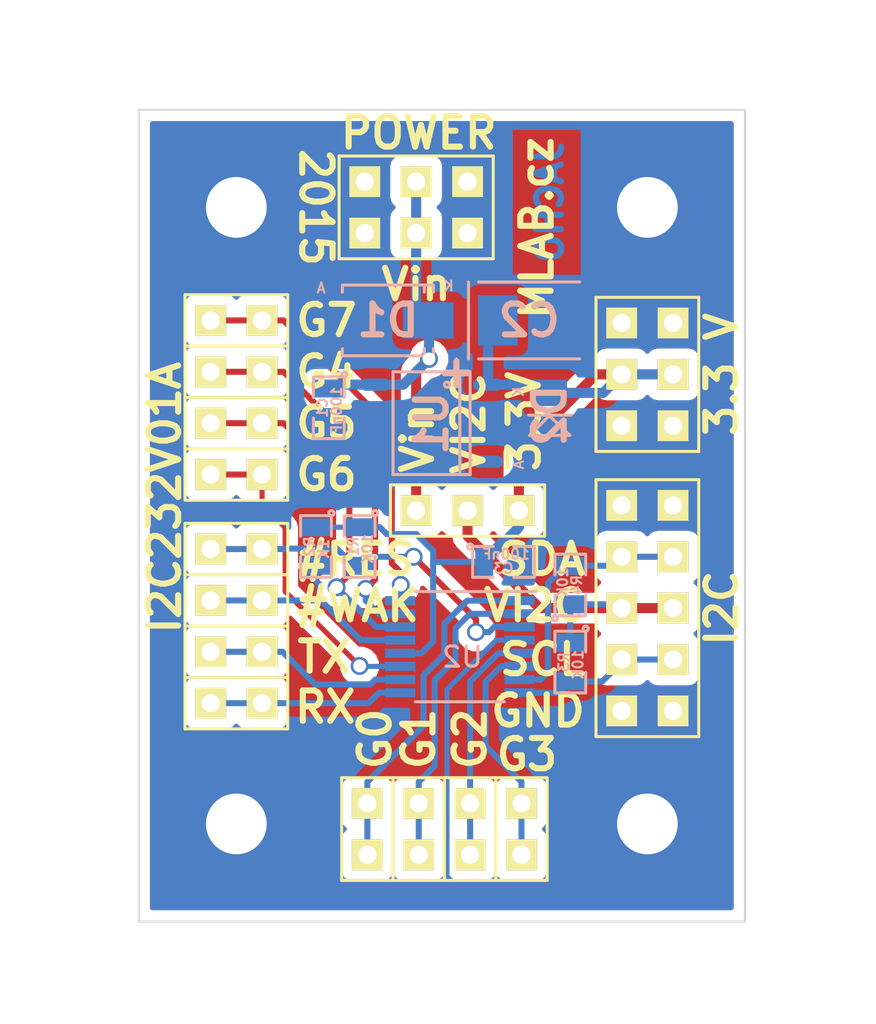
<source format=kicad_pcb>
(kicad_pcb (version 4) (host pcbnew "(2015-01-07 BZR 5359)-product")

  (general
    (links 76)
    (no_connects 0)
    (area -6.604 -45.4585 38.892929 4.826001)
    (thickness 1.6)
    (drawings 33)
    (tracks 178)
    (zones 0)
    (modules 31)
    (nets 19)
  )

  (page A4)
  (layers
    (0 F.Cu signal)
    (31 B.Cu signal)
    (32 B.Adhes user)
    (33 F.Adhes user)
    (34 B.Paste user)
    (35 F.Paste user)
    (36 B.SilkS user)
    (37 F.SilkS user)
    (38 B.Mask user)
    (39 F.Mask user)
    (40 Dwgs.User user)
    (41 Cmts.User user)
    (42 Eco1.User user)
    (43 Eco2.User user)
    (44 Edge.Cuts user)
    (45 Margin user)
    (46 B.CrtYd user)
    (47 F.CrtYd user)
    (48 B.Fab user)
    (49 F.Fab user)
  )

  (setup
    (last_trace_width 0.254)
    (user_trace_width 0.3)
    (user_trace_width 0.4)
    (user_trace_width 0.5)
    (user_trace_width 0.6)
    (user_trace_width 0.7)
    (trace_clearance 0.254)
    (zone_clearance 0.508)
    (zone_45_only no)
    (trace_min 0.254)
    (segment_width 0.2)
    (edge_width 0.1)
    (via_size 0.889)
    (via_drill 0.635)
    (via_min_size 0.889)
    (via_min_drill 0.508)
    (uvia_size 0.508)
    (uvia_drill 0.127)
    (uvias_allowed no)
    (uvia_min_size 0.508)
    (uvia_min_drill 0.127)
    (pcb_text_width 0.3)
    (pcb_text_size 1.5 1.5)
    (mod_edge_width 0.15)
    (mod_text_size 1 1)
    (mod_text_width 0.15)
    (pad_size 6 6)
    (pad_drill 3)
    (pad_to_mask_clearance 0)
    (aux_axis_origin 0 0)
    (visible_elements 7FFFFF7F)
    (pcbplotparams
      (layerselection 0x011e0_80000001)
      (usegerberextensions false)
      (excludeedgelayer true)
      (linewidth 0.300000)
      (plotframeref false)
      (viasonmask false)
      (mode 1)
      (useauxorigin false)
      (hpglpennumber 1)
      (hpglpenspeed 20)
      (hpglpendiameter 15)
      (hpglpenoverlay 2)
      (psnegative false)
      (psa4output false)
      (plotreference true)
      (plotvalue true)
      (plotinvisibletext false)
      (padsonsilk false)
      (subtractmaskfromsilk false)
      (outputformat 1)
      (mirror false)
      (drillshape 0)
      (scaleselection 1)
      (outputdirectory ../CAM_PROFI/))
  )

  (net 0 "")
  (net 1 VCC)
  (net 2 GND)
  (net 3 +3V3)
  (net 4 /TX)
  (net 5 /RX)
  (net 6 /#RES)
  (net 7 /#WAK)
  (net 8 /G0)
  (net 9 /G1)
  (net 10 /G2)
  (net 11 /G3)
  (net 12 /G4)
  (net 13 /G5)
  (net 14 /G6)
  (net 15 "Net-(J15-Pad2)")
  (net 16 /SDA)
  (net 17 /SCL)
  (net 18 /G7)

  (net_class Default "Toto je výchozí třída sítě."
    (clearance 0.254)
    (trace_width 0.254)
    (via_dia 0.889)
    (via_drill 0.635)
    (uvia_dia 0.508)
    (uvia_drill 0.127)
    (add_net +3V3)
    (add_net /#RES)
    (add_net /#WAK)
    (add_net /G0)
    (add_net /G1)
    (add_net /G2)
    (add_net /G3)
    (add_net /G4)
    (add_net /G5)
    (add_net /G6)
    (add_net /G7)
    (add_net /RX)
    (add_net /SCL)
    (add_net /SDA)
    (add_net /TX)
    (add_net GND)
    (add_net "Net-(J15-Pad2)")
    (add_net VCC)
  )

  (module Mlab_Pin_Headers:Straight_2x03 (layer F.Cu) (tedit 5513237A) (tstamp 550FD042)
    (at 13.97 -35.56 90)
    (descr "pin header straight 2x03")
    (tags "pin header straight 2x03")
    (path /54FEA3F1)
    (fp_text reference J1 (at 0 -5.08 90) (layer F.SilkS) hide
      (effects (font (size 1.5 1.5) (thickness 0.15)))
    )
    (fp_text value JUMP_3X2 (at 0 5.08 90) (layer F.SilkS) hide
      (effects (font (size 1.5 1.5) (thickness 0.15)))
    )
    (fp_text user 1 (at -2.921 -2.54 90) (layer F.SilkS) hide
      (effects (font (size 0.5 0.5) (thickness 0.05)))
    )
    (fp_line (start -2.54 -3.81) (end 2.54 -3.81) (layer F.SilkS) (width 0.15))
    (fp_line (start 2.54 -3.81) (end 2.54 3.81) (layer F.SilkS) (width 0.15))
    (fp_line (start 2.54 3.81) (end -2.54 3.81) (layer F.SilkS) (width 0.15))
    (fp_line (start -2.54 3.81) (end -2.54 -3.81) (layer F.SilkS) (width 0.15))
    (pad 1 thru_hole rect (at -1.27 -2.54 90) (size 1.524 1.524) (drill 0.889) (layers *.Cu *.Mask F.SilkS)
      (net 2 GND))
    (pad 2 thru_hole rect (at 1.27 -2.54 90) (size 1.524 1.524) (drill 0.889) (layers *.Cu *.Mask F.SilkS)
      (net 2 GND))
    (pad 3 thru_hole rect (at -1.27 0 90) (size 1.524 1.524) (drill 0.889) (layers *.Cu *.Mask F.SilkS)
      (net 1 VCC))
    (pad 4 thru_hole rect (at 1.27 0 90) (size 1.524 1.524) (drill 0.889) (layers *.Cu *.Mask F.SilkS)
      (net 1 VCC))
    (pad 5 thru_hole rect (at -1.27 2.54 90) (size 1.524 1.524) (drill 0.889) (layers *.Cu *.Mask F.SilkS)
      (net 2 GND))
    (pad 6 thru_hole rect (at 1.27 2.54 90) (size 1.524 1.524) (drill 0.889) (layers *.Cu *.Mask F.SilkS)
      (net 2 GND))
    (model Pin_Headers/Pin_Header_Straight_2x03.wrl
      (at (xyz 0 0 0))
      (scale (xyz 1 1 1))
      (rotate (xyz 0 0 90))
    )
  )

  (module Mlab_Pin_Headers:Straight_2x01 (layer F.Cu) (tedit 55132330) (tstamp 550FD048)
    (at 5.08 -13.589)
    (descr "pin header straight 2x01")
    (tags "pin header straight 2x01")
    (path /54FECCFA)
    (fp_text reference J2 (at 0 -2.54) (layer F.SilkS) hide
      (effects (font (size 1.5 1.5) (thickness 0.15)))
    )
    (fp_text value JUMP_2x1 (at 0 2.54) (layer F.SilkS) hide
      (effects (font (size 1.5 1.5) (thickness 0.15)))
    )
    (fp_text user 1 (at -2.921 0) (layer F.SilkS) hide
      (effects (font (size 0.5 0.5) (thickness 0.05)))
    )
    (fp_line (start -2.54 -1.27) (end 2.54 -1.27) (layer F.SilkS) (width 0.15))
    (fp_line (start 2.54 -1.27) (end 2.54 1.27) (layer F.SilkS) (width 0.15))
    (fp_line (start 2.54 1.27) (end -2.54 1.27) (layer F.SilkS) (width 0.15))
    (fp_line (start -2.54 1.27) (end -2.54 -1.27) (layer F.SilkS) (width 0.15))
    (pad 1 thru_hole rect (at -1.27 0) (size 1.524 1.524) (drill 0.889) (layers *.Cu *.Mask F.SilkS)
      (net 4 /TX))
    (pad 2 thru_hole rect (at 1.27 0) (size 1.524 1.524) (drill 0.889) (layers *.Cu *.Mask F.SilkS)
      (net 4 /TX))
    (model Pin_Headers/Pin_Header_Straight_2x01.wrl
      (at (xyz 0 0 0))
      (scale (xyz 1 1 1))
      (rotate (xyz 0 0 90))
    )
  )

  (module Mlab_Pin_Headers:Straight_2x01 (layer F.Cu) (tedit 55132333) (tstamp 550FD04E)
    (at 5.08 -11.049)
    (descr "pin header straight 2x01")
    (tags "pin header straight 2x01")
    (path /54FECDEA)
    (fp_text reference J3 (at 0 -2.54) (layer F.SilkS) hide
      (effects (font (size 1.5 1.5) (thickness 0.15)))
    )
    (fp_text value JUMP_2x1 (at 0 2.54) (layer F.SilkS) hide
      (effects (font (size 1.5 1.5) (thickness 0.15)))
    )
    (fp_text user 1 (at -2.921 0) (layer F.SilkS) hide
      (effects (font (size 0.5 0.5) (thickness 0.05)))
    )
    (fp_line (start -2.54 -1.27) (end 2.54 -1.27) (layer F.SilkS) (width 0.15))
    (fp_line (start 2.54 -1.27) (end 2.54 1.27) (layer F.SilkS) (width 0.15))
    (fp_line (start 2.54 1.27) (end -2.54 1.27) (layer F.SilkS) (width 0.15))
    (fp_line (start -2.54 1.27) (end -2.54 -1.27) (layer F.SilkS) (width 0.15))
    (pad 1 thru_hole rect (at -1.27 0) (size 1.524 1.524) (drill 0.889) (layers *.Cu *.Mask F.SilkS)
      (net 5 /RX))
    (pad 2 thru_hole rect (at 1.27 0) (size 1.524 1.524) (drill 0.889) (layers *.Cu *.Mask F.SilkS)
      (net 5 /RX))
    (model Pin_Headers/Pin_Header_Straight_2x01.wrl
      (at (xyz 0 0 0))
      (scale (xyz 1 1 1))
      (rotate (xyz 0 0 90))
    )
  )

  (module Mlab_Pin_Headers:Straight_2x01 (layer F.Cu) (tedit 55132329) (tstamp 550FD054)
    (at 5.08 -18.669 180)
    (descr "pin header straight 2x01")
    (tags "pin header straight 2x01")
    (path /54FEC889)
    (fp_text reference J4 (at 0 -2.54 180) (layer F.SilkS) hide
      (effects (font (size 1.5 1.5) (thickness 0.15)))
    )
    (fp_text value JUMP_2x1 (at 0 2.54 180) (layer F.SilkS) hide
      (effects (font (size 1.5 1.5) (thickness 0.15)))
    )
    (fp_text user 1 (at -2.921 0 180) (layer F.SilkS) hide
      (effects (font (size 0.5 0.5) (thickness 0.05)))
    )
    (fp_line (start -2.54 -1.27) (end 2.54 -1.27) (layer F.SilkS) (width 0.15))
    (fp_line (start 2.54 -1.27) (end 2.54 1.27) (layer F.SilkS) (width 0.15))
    (fp_line (start 2.54 1.27) (end -2.54 1.27) (layer F.SilkS) (width 0.15))
    (fp_line (start -2.54 1.27) (end -2.54 -1.27) (layer F.SilkS) (width 0.15))
    (pad 1 thru_hole rect (at -1.27 0 180) (size 1.524 1.524) (drill 0.889) (layers *.Cu *.Mask F.SilkS)
      (net 6 /#RES))
    (pad 2 thru_hole rect (at 1.27 0 180) (size 1.524 1.524) (drill 0.889) (layers *.Cu *.Mask F.SilkS)
      (net 6 /#RES))
    (model Pin_Headers/Pin_Header_Straight_2x01.wrl
      (at (xyz 0 0 0))
      (scale (xyz 1 1 1))
      (rotate (xyz 0 0 90))
    )
  )

  (module Mlab_Pin_Headers:Straight_2x01 (layer F.Cu) (tedit 5513232D) (tstamp 550FD05A)
    (at 5.08 -16.129)
    (descr "pin header straight 2x01")
    (tags "pin header straight 2x01")
    (path /54FEC97D)
    (fp_text reference J5 (at 0 -2.54) (layer F.SilkS) hide
      (effects (font (size 1.5 1.5) (thickness 0.15)))
    )
    (fp_text value JUMP_2x1 (at 0 2.54) (layer F.SilkS) hide
      (effects (font (size 1.5 1.5) (thickness 0.15)))
    )
    (fp_text user 1 (at -2.921 0) (layer F.SilkS) hide
      (effects (font (size 0.5 0.5) (thickness 0.05)))
    )
    (fp_line (start -2.54 -1.27) (end 2.54 -1.27) (layer F.SilkS) (width 0.15))
    (fp_line (start 2.54 -1.27) (end 2.54 1.27) (layer F.SilkS) (width 0.15))
    (fp_line (start 2.54 1.27) (end -2.54 1.27) (layer F.SilkS) (width 0.15))
    (fp_line (start -2.54 1.27) (end -2.54 -1.27) (layer F.SilkS) (width 0.15))
    (pad 1 thru_hole rect (at -1.27 0) (size 1.524 1.524) (drill 0.889) (layers *.Cu *.Mask F.SilkS)
      (net 7 /#WAK))
    (pad 2 thru_hole rect (at 1.27 0) (size 1.524 1.524) (drill 0.889) (layers *.Cu *.Mask F.SilkS)
      (net 7 /#WAK))
    (model Pin_Headers/Pin_Header_Straight_2x01.wrl
      (at (xyz 0 0 0))
      (scale (xyz 1 1 1))
      (rotate (xyz 0 0 90))
    )
  )

  (module Mlab_Pin_Headers:Straight_2x03 (layer F.Cu) (tedit 551313A2) (tstamp 550FD064)
    (at 25.4 -27.305)
    (descr "pin header straight 2x03")
    (tags "pin header straight 2x03")
    (path /54FEB2CA)
    (fp_text reference J6 (at 0 -5.08) (layer F.SilkS) hide
      (effects (font (size 1.5 1.5) (thickness 0.15)))
    )
    (fp_text value JUMP_3X2 (at 0 5.08) (layer F.SilkS) hide
      (effects (font (size 1.5 1.5) (thickness 0.15)))
    )
    (fp_text user 1 (at -2.921 -2.54) (layer F.SilkS) hide
      (effects (font (size 0.5 0.5) (thickness 0.05)))
    )
    (fp_line (start -2.54 -3.81) (end 2.54 -3.81) (layer F.SilkS) (width 0.15))
    (fp_line (start 2.54 -3.81) (end 2.54 3.81) (layer F.SilkS) (width 0.15))
    (fp_line (start 2.54 3.81) (end -2.54 3.81) (layer F.SilkS) (width 0.15))
    (fp_line (start -2.54 3.81) (end -2.54 -3.81) (layer F.SilkS) (width 0.15))
    (pad 1 thru_hole rect (at -1.27 -2.54) (size 1.524 1.524) (drill 0.889) (layers *.Cu *.Mask F.SilkS)
      (net 2 GND))
    (pad 2 thru_hole rect (at 1.27 -2.54) (size 1.524 1.524) (drill 0.889) (layers *.Cu *.Mask F.SilkS)
      (net 2 GND))
    (pad 3 thru_hole rect (at -1.27 0) (size 1.524 1.524) (drill 0.889) (layers *.Cu *.Mask F.SilkS)
      (net 3 +3V3))
    (pad 4 thru_hole rect (at 1.27 0) (size 1.524 1.524) (drill 0.889) (layers *.Cu *.Mask F.SilkS)
      (net 3 +3V3))
    (pad 5 thru_hole rect (at -1.27 2.54) (size 1.524 1.524) (drill 0.889) (layers *.Cu *.Mask F.SilkS)
      (net 2 GND))
    (pad 6 thru_hole rect (at 1.27 2.54) (size 1.524 1.524) (drill 0.889) (layers *.Cu *.Mask F.SilkS)
      (net 2 GND))
    (model Pin_Headers/Pin_Header_Straight_2x03.wrl
      (at (xyz 0 0 0))
      (scale (xyz 1 1 1))
      (rotate (xyz 0 0 90))
    )
  )

  (module Mlab_Pin_Headers:Straight_2x01 (layer F.Cu) (tedit 5513233F) (tstamp 550FD06A)
    (at 11.557 -4.826 90)
    (descr "pin header straight 2x01")
    (tags "pin header straight 2x01")
    (path /54FED10B)
    (fp_text reference J7 (at 0 -2.54 90) (layer F.SilkS) hide
      (effects (font (size 1.5 1.5) (thickness 0.15)))
    )
    (fp_text value JUMP_2x1 (at 0 2.54 90) (layer F.SilkS) hide
      (effects (font (size 1.5 1.5) (thickness 0.15)))
    )
    (fp_text user 1 (at -2.921 0 90) (layer F.SilkS) hide
      (effects (font (size 0.5 0.5) (thickness 0.05)))
    )
    (fp_line (start -2.54 -1.27) (end 2.54 -1.27) (layer F.SilkS) (width 0.15))
    (fp_line (start 2.54 -1.27) (end 2.54 1.27) (layer F.SilkS) (width 0.15))
    (fp_line (start 2.54 1.27) (end -2.54 1.27) (layer F.SilkS) (width 0.15))
    (fp_line (start -2.54 1.27) (end -2.54 -1.27) (layer F.SilkS) (width 0.15))
    (pad 1 thru_hole rect (at -1.27 0 90) (size 1.524 1.524) (drill 0.889) (layers *.Cu *.Mask F.SilkS)
      (net 8 /G0))
    (pad 2 thru_hole rect (at 1.27 0 90) (size 1.524 1.524) (drill 0.889) (layers *.Cu *.Mask F.SilkS)
      (net 8 /G0))
    (model Pin_Headers/Pin_Header_Straight_2x01.wrl
      (at (xyz 0 0 0))
      (scale (xyz 1 1 1))
      (rotate (xyz 0 0 90))
    )
  )

  (module Mlab_Pin_Headers:Straight_2x01 (layer F.Cu) (tedit 55132341) (tstamp 550FD070)
    (at 14.097 -4.826 90)
    (descr "pin header straight 2x01")
    (tags "pin header straight 2x01")
    (path /54FED0DB)
    (fp_text reference J8 (at 0 -2.54 90) (layer F.SilkS) hide
      (effects (font (size 1.5 1.5) (thickness 0.15)))
    )
    (fp_text value JUMP_2x1 (at 0 2.54 90) (layer F.SilkS) hide
      (effects (font (size 1.5 1.5) (thickness 0.15)))
    )
    (fp_text user 1 (at -2.921 0 90) (layer F.SilkS) hide
      (effects (font (size 0.5 0.5) (thickness 0.05)))
    )
    (fp_line (start -2.54 -1.27) (end 2.54 -1.27) (layer F.SilkS) (width 0.15))
    (fp_line (start 2.54 -1.27) (end 2.54 1.27) (layer F.SilkS) (width 0.15))
    (fp_line (start 2.54 1.27) (end -2.54 1.27) (layer F.SilkS) (width 0.15))
    (fp_line (start -2.54 1.27) (end -2.54 -1.27) (layer F.SilkS) (width 0.15))
    (pad 1 thru_hole rect (at -1.27 0 90) (size 1.524 1.524) (drill 0.889) (layers *.Cu *.Mask F.SilkS)
      (net 9 /G1))
    (pad 2 thru_hole rect (at 1.27 0 90) (size 1.524 1.524) (drill 0.889) (layers *.Cu *.Mask F.SilkS)
      (net 9 /G1))
    (model Pin_Headers/Pin_Header_Straight_2x01.wrl
      (at (xyz 0 0 0))
      (scale (xyz 1 1 1))
      (rotate (xyz 0 0 90))
    )
  )

  (module Mlab_Pin_Headers:Straight_2x01 (layer F.Cu) (tedit 55132345) (tstamp 550FD076)
    (at 16.637 -4.826 270)
    (descr "pin header straight 2x01")
    (tags "pin header straight 2x01")
    (path /54FED0AC)
    (fp_text reference J9 (at 0 -2.54 270) (layer F.SilkS) hide
      (effects (font (size 1.5 1.5) (thickness 0.15)))
    )
    (fp_text value JUMP_2x1 (at 0 2.54 270) (layer F.SilkS) hide
      (effects (font (size 1.5 1.5) (thickness 0.15)))
    )
    (fp_text user 1 (at -2.921 0 270) (layer F.SilkS) hide
      (effects (font (size 0.5 0.5) (thickness 0.05)))
    )
    (fp_line (start -2.54 -1.27) (end 2.54 -1.27) (layer F.SilkS) (width 0.15))
    (fp_line (start 2.54 -1.27) (end 2.54 1.27) (layer F.SilkS) (width 0.15))
    (fp_line (start 2.54 1.27) (end -2.54 1.27) (layer F.SilkS) (width 0.15))
    (fp_line (start -2.54 1.27) (end -2.54 -1.27) (layer F.SilkS) (width 0.15))
    (pad 1 thru_hole rect (at -1.27 0 270) (size 1.524 1.524) (drill 0.889) (layers *.Cu *.Mask F.SilkS)
      (net 10 /G2))
    (pad 2 thru_hole rect (at 1.27 0 270) (size 1.524 1.524) (drill 0.889) (layers *.Cu *.Mask F.SilkS)
      (net 10 /G2))
    (model Pin_Headers/Pin_Header_Straight_2x01.wrl
      (at (xyz 0 0 0))
      (scale (xyz 1 1 1))
      (rotate (xyz 0 0 90))
    )
  )

  (module Mlab_Pin_Headers:Straight_2x01 (layer F.Cu) (tedit 5513234A) (tstamp 55102FAB)
    (at 19.177 -4.826 270)
    (descr "pin header straight 2x01")
    (tags "pin header straight 2x01")
    (path /54FED07E)
    (fp_text reference J10 (at 0 -2.54 270) (layer F.SilkS) hide
      (effects (font (size 1.5 1.5) (thickness 0.15)))
    )
    (fp_text value JUMP_2x1 (at 0 2.54 270) (layer F.SilkS) hide
      (effects (font (size 1.5 1.5) (thickness 0.15)))
    )
    (fp_text user 1 (at -2.921 0 270) (layer F.SilkS) hide
      (effects (font (size 0.5 0.5) (thickness 0.05)))
    )
    (fp_line (start -2.54 -1.27) (end 2.54 -1.27) (layer F.SilkS) (width 0.15))
    (fp_line (start 2.54 -1.27) (end 2.54 1.27) (layer F.SilkS) (width 0.15))
    (fp_line (start 2.54 1.27) (end -2.54 1.27) (layer F.SilkS) (width 0.15))
    (fp_line (start -2.54 1.27) (end -2.54 -1.27) (layer F.SilkS) (width 0.15))
    (pad 1 thru_hole rect (at -1.27 0 270) (size 1.524 1.524) (drill 0.889) (layers *.Cu *.Mask F.SilkS)
      (net 11 /G3))
    (pad 2 thru_hole rect (at 1.27 0 270) (size 1.524 1.524) (drill 0.889) (layers *.Cu *.Mask F.SilkS)
      (net 11 /G3))
    (model Pin_Headers/Pin_Header_Straight_2x01.wrl
      (at (xyz 0 0 0))
      (scale (xyz 1 1 1))
      (rotate (xyz 0 0 90))
    )
  )

  (module Mlab_Pin_Headers:Straight_2x01 (layer F.Cu) (tedit 5513230D) (tstamp 550FD082)
    (at 5.08 -27.432 180)
    (descr "pin header straight 2x01")
    (tags "pin header straight 2x01")
    (path /54FED04D)
    (fp_text reference J11 (at 0 -2.54 180) (layer F.SilkS) hide
      (effects (font (size 1.5 1.5) (thickness 0.15)))
    )
    (fp_text value JUMP_2x1 (at 0 2.54 180) (layer F.SilkS) hide
      (effects (font (size 1.5 1.5) (thickness 0.15)))
    )
    (fp_text user 1 (at -2.921 0 180) (layer F.SilkS) hide
      (effects (font (size 0.5 0.5) (thickness 0.05)))
    )
    (fp_line (start -2.54 -1.27) (end 2.54 -1.27) (layer F.SilkS) (width 0.15))
    (fp_line (start 2.54 -1.27) (end 2.54 1.27) (layer F.SilkS) (width 0.15))
    (fp_line (start 2.54 1.27) (end -2.54 1.27) (layer F.SilkS) (width 0.15))
    (fp_line (start -2.54 1.27) (end -2.54 -1.27) (layer F.SilkS) (width 0.15))
    (pad 1 thru_hole rect (at -1.27 0 180) (size 1.524 1.524) (drill 0.889) (layers *.Cu *.Mask F.SilkS)
      (net 12 /G4))
    (pad 2 thru_hole rect (at 1.27 0 180) (size 1.524 1.524) (drill 0.889) (layers *.Cu *.Mask F.SilkS)
      (net 12 /G4))
    (model Pin_Headers/Pin_Header_Straight_2x01.wrl
      (at (xyz 0 0 0))
      (scale (xyz 1 1 1))
      (rotate (xyz 0 0 90))
    )
  )

  (module Mlab_Pin_Headers:Straight_2x01 (layer F.Cu) (tedit 55132311) (tstamp 550FD088)
    (at 5.08 -24.892)
    (descr "pin header straight 2x01")
    (tags "pin header straight 2x01")
    (path /54FED021)
    (fp_text reference J12 (at 0 -2.54) (layer F.SilkS) hide
      (effects (font (size 1.5 1.5) (thickness 0.15)))
    )
    (fp_text value JUMP_2x1 (at 0 2.54) (layer F.SilkS) hide
      (effects (font (size 1.5 1.5) (thickness 0.15)))
    )
    (fp_text user 1 (at -2.921 0) (layer F.SilkS) hide
      (effects (font (size 0.5 0.5) (thickness 0.05)))
    )
    (fp_line (start -2.54 -1.27) (end 2.54 -1.27) (layer F.SilkS) (width 0.15))
    (fp_line (start 2.54 -1.27) (end 2.54 1.27) (layer F.SilkS) (width 0.15))
    (fp_line (start 2.54 1.27) (end -2.54 1.27) (layer F.SilkS) (width 0.15))
    (fp_line (start -2.54 1.27) (end -2.54 -1.27) (layer F.SilkS) (width 0.15))
    (pad 1 thru_hole rect (at -1.27 0) (size 1.524 1.524) (drill 0.889) (layers *.Cu *.Mask F.SilkS)
      (net 13 /G5))
    (pad 2 thru_hole rect (at 1.27 0) (size 1.524 1.524) (drill 0.889) (layers *.Cu *.Mask F.SilkS)
      (net 13 /G5))
    (model Pin_Headers/Pin_Header_Straight_2x01.wrl
      (at (xyz 0 0 0))
      (scale (xyz 1 1 1))
      (rotate (xyz 0 0 90))
    )
  )

  (module Mlab_Pin_Headers:Straight_2x01 (layer F.Cu) (tedit 55132318) (tstamp 550FD08E)
    (at 5.08 -22.352 180)
    (descr "pin header straight 2x01")
    (tags "pin header straight 2x01")
    (path /54FECFF6)
    (fp_text reference J13 (at 0 -2.54 180) (layer F.SilkS) hide
      (effects (font (size 1.5 1.5) (thickness 0.15)))
    )
    (fp_text value JUMP_2x1 (at 0 2.54 180) (layer F.SilkS) hide
      (effects (font (size 1.5 1.5) (thickness 0.15)))
    )
    (fp_text user 1 (at -2.921 0 180) (layer F.SilkS) hide
      (effects (font (size 0.5 0.5) (thickness 0.05)))
    )
    (fp_line (start -2.54 -1.27) (end 2.54 -1.27) (layer F.SilkS) (width 0.15))
    (fp_line (start 2.54 -1.27) (end 2.54 1.27) (layer F.SilkS) (width 0.15))
    (fp_line (start 2.54 1.27) (end -2.54 1.27) (layer F.SilkS) (width 0.15))
    (fp_line (start -2.54 1.27) (end -2.54 -1.27) (layer F.SilkS) (width 0.15))
    (pad 1 thru_hole rect (at -1.27 0 180) (size 1.524 1.524) (drill 0.889) (layers *.Cu *.Mask F.SilkS)
      (net 14 /G6))
    (pad 2 thru_hole rect (at 1.27 0 180) (size 1.524 1.524) (drill 0.889) (layers *.Cu *.Mask F.SilkS)
      (net 14 /G6))
    (model Pin_Headers/Pin_Header_Straight_2x01.wrl
      (at (xyz 0 0 0))
      (scale (xyz 1 1 1))
      (rotate (xyz 0 0 90))
    )
  )

  (module Mlab_Pin_Headers:Straight_2x01 (layer F.Cu) (tedit 55132309) (tstamp 550FE138)
    (at 5.08 -29.972)
    (descr "pin header straight 2x01")
    (tags "pin header straight 2x01")
    (path /54FECF96)
    (fp_text reference J14 (at 0 -2.54) (layer F.SilkS) hide
      (effects (font (size 1.5 1.5) (thickness 0.15)))
    )
    (fp_text value JUMP_2x1 (at 0 2.54) (layer F.SilkS) hide
      (effects (font (size 1.5 1.5) (thickness 0.15)))
    )
    (fp_text user 1 (at -2.921 0) (layer F.SilkS) hide
      (effects (font (size 0.5 0.5) (thickness 0.05)))
    )
    (fp_line (start -2.54 -1.27) (end 2.54 -1.27) (layer F.SilkS) (width 0.15))
    (fp_line (start 2.54 -1.27) (end 2.54 1.27) (layer F.SilkS) (width 0.15))
    (fp_line (start 2.54 1.27) (end -2.54 1.27) (layer F.SilkS) (width 0.15))
    (fp_line (start -2.54 1.27) (end -2.54 -1.27) (layer F.SilkS) (width 0.15))
    (pad 1 thru_hole rect (at -1.27 0) (size 1.524 1.524) (drill 0.889) (layers *.Cu *.Mask F.SilkS)
      (net 18 /G7))
    (pad 2 thru_hole rect (at 1.27 0) (size 1.524 1.524) (drill 0.889) (layers *.Cu *.Mask F.SilkS)
      (net 18 /G7))
    (model Pin_Headers/Pin_Header_Straight_2x01.wrl
      (at (xyz 0 0 0))
      (scale (xyz 1 1 1))
      (rotate (xyz 0 0 90))
    )
  )

  (module Mlab_Pin_Headers:Straight_1x03 (layer F.Cu) (tedit 5513139C) (tstamp 551037B0)
    (at 16.51 -20.574 270)
    (descr "pin header straight 1x03")
    (tags "pin header straight 1x03")
    (path /550FDBDB)
    (fp_text reference J15 (at 0 -5.08 270) (layer F.SilkS) hide
      (effects (font (size 1.5 1.5) (thickness 0.15)))
    )
    (fp_text value CONN_3 (at 0 5.08 270) (layer F.SilkS) hide
      (effects (font (size 1.5 1.5) (thickness 0.15)))
    )
    (fp_text user 1 (at -1.651 -2.54 270) (layer F.SilkS) hide
      (effects (font (size 0.5 0.5) (thickness 0.05)))
    )
    (fp_line (start -1.27 -3.81) (end 1.27 -3.81) (layer F.SilkS) (width 0.15))
    (fp_line (start 1.27 -3.81) (end 1.27 3.81) (layer F.SilkS) (width 0.15))
    (fp_line (start 1.27 3.81) (end -1.27 3.81) (layer F.SilkS) (width 0.15))
    (fp_line (start -1.27 3.81) (end -1.27 -3.81) (layer F.SilkS) (width 0.15))
    (pad 3 thru_hole rect (at 0 2.54 270) (size 1.524 1.524) (drill 0.889) (layers *.Cu *.Mask F.SilkS)
      (net 1 VCC))
    (pad 2 thru_hole rect (at 0 0 270) (size 1.524 1.524) (drill 0.889) (layers *.Cu *.Mask F.SilkS)
      (net 15 "Net-(J15-Pad2)"))
    (pad 1 thru_hole rect (at 0 -2.54 270) (size 1.524 1.524) (drill 0.889) (layers *.Cu *.Mask F.SilkS)
      (net 3 +3V3))
    (model Pin_Headers/Pin_Header_Straight_1x03.wrl
      (at (xyz 0 0 0))
      (scale (xyz 1 1 1))
      (rotate (xyz 0 0 90))
    )
  )

  (module Mlab_Pin_Headers:Straight_2x05 (layer F.Cu) (tedit 5513139F) (tstamp 550FD0A9)
    (at 25.4 -15.748)
    (descr "pin header straight 2x05")
    (tags "pin header straight 2x05")
    (path /550FDACD)
    (fp_text reference J16 (at 0 -7.62) (layer F.SilkS) hide
      (effects (font (size 1.5 1.5) (thickness 0.15)))
    )
    (fp_text value JUMP_5X2 (at 0 7.62) (layer F.SilkS) hide
      (effects (font (size 1.5 1.5) (thickness 0.15)))
    )
    (fp_text user 1 (at -2.921 -5.08) (layer F.SilkS) hide
      (effects (font (size 0.5 0.5) (thickness 0.05)))
    )
    (fp_line (start -2.54 -6.35) (end 2.54 -6.35) (layer F.SilkS) (width 0.15))
    (fp_line (start 2.54 -6.35) (end 2.54 6.35) (layer F.SilkS) (width 0.15))
    (fp_line (start 2.54 6.35) (end -2.54 6.35) (layer F.SilkS) (width 0.15))
    (fp_line (start -2.54 6.35) (end -2.54 -6.35) (layer F.SilkS) (width 0.15))
    (pad 1 thru_hole rect (at -1.27 -5.08) (size 1.524 1.524) (drill 0.889) (layers *.Cu *.Mask F.SilkS)
      (net 2 GND))
    (pad 2 thru_hole rect (at 1.27 -5.08) (size 1.524 1.524) (drill 0.889) (layers *.Cu *.Mask F.SilkS)
      (net 2 GND))
    (pad 3 thru_hole rect (at -1.27 -2.54) (size 1.524 1.524) (drill 0.889) (layers *.Cu *.Mask F.SilkS)
      (net 16 /SDA))
    (pad 4 thru_hole rect (at 1.27 -2.54) (size 1.524 1.524) (drill 0.889) (layers *.Cu *.Mask F.SilkS)
      (net 16 /SDA))
    (pad 5 thru_hole rect (at -1.27 0) (size 1.524 1.524) (drill 0.889) (layers *.Cu *.Mask F.SilkS)
      (net 15 "Net-(J15-Pad2)"))
    (pad 6 thru_hole rect (at 1.27 0) (size 1.524 1.524) (drill 0.889) (layers *.Cu *.Mask F.SilkS)
      (net 15 "Net-(J15-Pad2)"))
    (pad 7 thru_hole rect (at -1.27 2.54) (size 1.524 1.524) (drill 0.889) (layers *.Cu *.Mask F.SilkS)
      (net 17 /SCL))
    (pad 8 thru_hole rect (at 1.27 2.54) (size 1.524 1.524) (drill 0.889) (layers *.Cu *.Mask F.SilkS)
      (net 17 /SCL))
    (pad 9 thru_hole rect (at -1.27 5.08) (size 1.524 1.524) (drill 0.889) (layers *.Cu *.Mask F.SilkS)
      (net 2 GND))
    (pad 10 thru_hole rect (at 1.27 5.08) (size 1.524 1.524) (drill 0.889) (layers *.Cu *.Mask F.SilkS)
      (net 2 GND))
    (model Pin_Headers/Pin_Header_Straight_2x05.wrl
      (at (xyz 0 0 0))
      (scale (xyz 1 1 1))
      (rotate (xyz 0 0 90))
    )
  )

  (module Mlab_Mechanical:MountingHole_3mm placed (layer F.Cu) (tedit 55102FC1) (tstamp 550FD3AB)
    (at 5.08 -35.56)
    (descr "Mounting hole, Befestigungsbohrung, 3mm, No Annular, Kein Restring,")
    (tags "Mounting hole, Befestigungsbohrung, 3mm, No Annular, Kein Restring,")
    (path /54FF23EE)
    (fp_text reference P4 (at 0 -4.191) (layer F.SilkS) hide
      (effects (font (thickness 0.3048)))
    )
    (fp_text value sroub (at 0 4.191) (layer F.SilkS) hide
      (effects (font (thickness 0.3048)))
    )
    (fp_circle (center 0 0) (end 2.99974 0) (layer Cmts.User) (width 0.381))
    (pad 1 thru_hole circle (at 0 0) (size 6 6) (drill 3) (layers *.Cu *.Adhes *.Mask)
      (net 2 GND) (clearance 1) (zone_connect 2))
  )

  (module Mlab_Mechanical:MountingHole_3mm placed (layer F.Cu) (tedit 55102FD0) (tstamp 550FDC1E)
    (at 5.08 -5.08)
    (descr "Mounting hole, Befestigungsbohrung, 3mm, No Annular, Kein Restring,")
    (tags "Mounting hole, Befestigungsbohrung, 3mm, No Annular, Kein Restring,")
    (path /54FF23A3)
    (fp_text reference P3 (at 0 -4.191) (layer F.SilkS) hide
      (effects (font (thickness 0.3048)))
    )
    (fp_text value sroub (at 0 4.191) (layer F.SilkS) hide
      (effects (font (thickness 0.3048)))
    )
    (fp_circle (center 0 0) (end 2.99974 0) (layer Cmts.User) (width 0.381))
    (pad 1 thru_hole circle (at 0 0) (size 6 6) (drill 3) (layers *.Cu *.Adhes *.Mask)
      (net 2 GND) (clearance 1) (zone_connect 2))
  )

  (module Mlab_Mechanical:MountingHole_3mm placed (layer F.Cu) (tedit 55102FC4) (tstamp 550FD3A1)
    (at 25.4 -35.56)
    (descr "Mounting hole, Befestigungsbohrung, 3mm, No Annular, Kein Restring,")
    (tags "Mounting hole, Befestigungsbohrung, 3mm, No Annular, Kein Restring,")
    (path /54FF2363)
    (fp_text reference P2 (at 0 -4.191) (layer F.SilkS) hide
      (effects (font (thickness 0.3048)))
    )
    (fp_text value sroub (at 0 4.191) (layer F.SilkS) hide
      (effects (font (thickness 0.3048)))
    )
    (fp_circle (center 0 0) (end 2.99974 0) (layer Cmts.User) (width 0.381))
    (pad 1 thru_hole circle (at 0 0) (size 6 6) (drill 3) (layers *.Cu *.Adhes *.Mask)
      (net 2 GND) (clearance 1) (zone_connect 2))
  )

  (module Mlab_Mechanical:MountingHole_3mm placed (layer F.Cu) (tedit 55102FCC) (tstamp 550FD39C)
    (at 25.4 -5.08)
    (descr "Mounting hole, Befestigungsbohrung, 3mm, No Annular, Kein Restring,")
    (tags "Mounting hole, Befestigungsbohrung, 3mm, No Annular, Kein Restring,")
    (path /54FF1DA9)
    (fp_text reference P1 (at 0 -4.191) (layer F.SilkS) hide
      (effects (font (thickness 0.3048)))
    )
    (fp_text value sroub (at 0 4.191) (layer F.SilkS) hide
      (effects (font (thickness 0.3048)))
    )
    (fp_circle (center 0 0) (end 2.99974 0) (layer Cmts.User) (width 0.381))
    (pad 1 thru_hole circle (at 0 0) (size 6 6) (drill 3) (layers *.Cu *.Adhes *.Mask)
      (net 2 GND) (clearance 1) (zone_connect 2))
  )

  (module Mlab_IO:SO-8 (layer B.Cu) (tedit 5479A0C5) (tstamp 550FD0CD)
    (at 14.732 -24.892 270)
    (descr "SO-8 Surface Mount Small Outline 150mil 8pin Package")
    (tags "Power Integrations D Package")
    (path /54FE9EEB)
    (fp_text reference U1 (at 0 0 270) (layer B.SilkS)
      (effects (font (thickness 0.3048)) (justify mirror))
    )
    (fp_text value LE33CD (at 0 0 270) (layer B.SilkS) hide
      (effects (font (thickness 0.3048)) (justify mirror))
    )
    (fp_circle (center -1.905 -0.762) (end -1.778 -0.762) (layer B.SilkS) (width 0.15))
    (fp_line (start -2.54 -1.397) (end 2.54 -1.397) (layer B.SilkS) (width 0.15))
    (fp_line (start -2.54 1.905) (end 2.54 1.905) (layer B.SilkS) (width 0.15))
    (fp_line (start -2.54 -1.905) (end 2.54 -1.905) (layer B.SilkS) (width 0.15))
    (fp_line (start -2.54 -1.905) (end -2.54 1.905) (layer B.SilkS) (width 0.15))
    (fp_line (start 2.54 -1.905) (end 2.54 1.905) (layer B.SilkS) (width 0.15))
    (pad 1 smd oval (at -1.905 -2.794 270) (size 0.6096 1.4732) (layers B.Cu B.Paste B.Mask)
      (net 3 +3V3))
    (pad 2 smd oval (at -0.635 -2.794 270) (size 0.6096 1.4732) (layers B.Cu B.Paste B.Mask)
      (net 2 GND))
    (pad 3 smd oval (at 0.635 -2.794 270) (size 0.6096 1.4732) (layers B.Cu B.Paste B.Mask)
      (net 2 GND))
    (pad 4 smd oval (at 1.905 -2.794 270) (size 0.6096 1.4732) (layers B.Cu B.Paste B.Mask))
    (pad 5 smd oval (at 1.905 2.794 270) (size 0.6096 1.4732) (layers B.Cu B.Paste B.Mask)
      (net 2 GND))
    (pad 6 smd oval (at 0.635 2.794 270) (size 0.6096 1.4732) (layers B.Cu B.Paste B.Mask)
      (net 2 GND))
    (pad 7 smd oval (at -0.635 2.794 270) (size 0.6096 1.4732) (layers B.Cu B.Paste B.Mask)
      (net 2 GND))
    (pad 8 smd oval (at -1.905 2.794 270) (size 0.6096 1.4732) (layers B.Cu B.Paste B.Mask)
      (net 1 VCC))
    (model MLAB_3D/IO/cms_so8.wrl
      (at (xyz 0 0 0))
      (scale (xyz 0.5 0.4 0.45))
      (rotate (xyz 0 0 0))
    )
  )

  (module Mlab_R:SMD-0805 (layer B.Cu) (tedit 54799E0C) (tstamp 550FD0C1)
    (at 21.59 -16.891 90)
    (path /54FE9E78)
    (attr smd)
    (fp_text reference R4 (at 0 0.3175 90) (layer B.SilkS)
      (effects (font (size 0.50038 0.50038) (thickness 0.10922)) (justify mirror))
    )
    (fp_text value 10K (at 0.127 -0.381 90) (layer B.SilkS)
      (effects (font (size 0.50038 0.50038) (thickness 0.10922)) (justify mirror))
    )
    (fp_circle (center -1.651 -0.762) (end -1.651 -0.635) (layer B.SilkS) (width 0.15))
    (fp_line (start -0.508 -0.762) (end -1.524 -0.762) (layer B.SilkS) (width 0.15))
    (fp_line (start -1.524 -0.762) (end -1.524 0.762) (layer B.SilkS) (width 0.15))
    (fp_line (start -1.524 0.762) (end -0.508 0.762) (layer B.SilkS) (width 0.15))
    (fp_line (start 0.508 0.762) (end 1.524 0.762) (layer B.SilkS) (width 0.15))
    (fp_line (start 1.524 0.762) (end 1.524 -0.762) (layer B.SilkS) (width 0.15))
    (fp_line (start 1.524 -0.762) (end 0.508 -0.762) (layer B.SilkS) (width 0.15))
    (pad 1 smd rect (at -0.9525 0 90) (size 0.889 1.397) (layers B.Cu B.Paste B.Mask)
      (net 15 "Net-(J15-Pad2)"))
    (pad 2 smd rect (at 0.9525 0 90) (size 0.889 1.397) (layers B.Cu B.Paste B.Mask)
      (net 16 /SDA))
    (model MLAB_3D/Resistors/chip_cms.wrl
      (at (xyz 0 0 0))
      (scale (xyz 0.1 0.1 0.1))
      (rotate (xyz 0 0 0))
    )
  )

  (module Mlab_R:SMD-0805 (layer B.Cu) (tedit 54799E0C) (tstamp 550FD0BB)
    (at 21.59 -13.081 270)
    (path /54FE9E1E)
    (attr smd)
    (fp_text reference R3 (at 0 0.3175 270) (layer B.SilkS)
      (effects (font (size 0.50038 0.50038) (thickness 0.10922)) (justify mirror))
    )
    (fp_text value 10K (at 0.127 -0.381 270) (layer B.SilkS)
      (effects (font (size 0.50038 0.50038) (thickness 0.10922)) (justify mirror))
    )
    (fp_circle (center -1.651 -0.762) (end -1.651 -0.635) (layer B.SilkS) (width 0.15))
    (fp_line (start -0.508 -0.762) (end -1.524 -0.762) (layer B.SilkS) (width 0.15))
    (fp_line (start -1.524 -0.762) (end -1.524 0.762) (layer B.SilkS) (width 0.15))
    (fp_line (start -1.524 0.762) (end -0.508 0.762) (layer B.SilkS) (width 0.15))
    (fp_line (start 0.508 0.762) (end 1.524 0.762) (layer B.SilkS) (width 0.15))
    (fp_line (start 1.524 0.762) (end 1.524 -0.762) (layer B.SilkS) (width 0.15))
    (fp_line (start 1.524 -0.762) (end 0.508 -0.762) (layer B.SilkS) (width 0.15))
    (pad 1 smd rect (at -0.9525 0 270) (size 0.889 1.397) (layers B.Cu B.Paste B.Mask)
      (net 15 "Net-(J15-Pad2)"))
    (pad 2 smd rect (at 0.9525 0 270) (size 0.889 1.397) (layers B.Cu B.Paste B.Mask)
      (net 17 /SCL))
    (model MLAB_3D/Resistors/chip_cms.wrl
      (at (xyz 0 0 0))
      (scale (xyz 0.1 0.1 0.1))
      (rotate (xyz 0 0 0))
    )
  )

  (module Mlab_R:SMD-0805 (layer B.Cu) (tedit 54799E0C) (tstamp 551036D7)
    (at 9.017 -18.796 270)
    (path /54FE9DFC)
    (attr smd)
    (fp_text reference R2 (at 0 0.3175 450) (layer B.SilkS)
      (effects (font (size 0.50038 0.50038) (thickness 0.10922)) (justify mirror))
    )
    (fp_text value 1K (at 0.127 -0.381 450) (layer B.SilkS)
      (effects (font (size 0.50038 0.50038) (thickness 0.10922)) (justify mirror))
    )
    (fp_circle (center -1.651 -0.762) (end -1.651 -0.635) (layer B.SilkS) (width 0.15))
    (fp_line (start -0.508 -0.762) (end -1.524 -0.762) (layer B.SilkS) (width 0.15))
    (fp_line (start -1.524 -0.762) (end -1.524 0.762) (layer B.SilkS) (width 0.15))
    (fp_line (start -1.524 0.762) (end -0.508 0.762) (layer B.SilkS) (width 0.15))
    (fp_line (start 0.508 0.762) (end 1.524 0.762) (layer B.SilkS) (width 0.15))
    (fp_line (start 1.524 0.762) (end 1.524 -0.762) (layer B.SilkS) (width 0.15))
    (fp_line (start 1.524 -0.762) (end 0.508 -0.762) (layer B.SilkS) (width 0.15))
    (pad 1 smd rect (at -0.9525 0 270) (size 0.889 1.397) (layers B.Cu B.Paste B.Mask)
      (net 3 +3V3))
    (pad 2 smd rect (at 0.9525 0 270) (size 0.889 1.397) (layers B.Cu B.Paste B.Mask)
      (net 7 /#WAK))
    (model MLAB_3D/Resistors/chip_cms.wrl
      (at (xyz 0 0 0))
      (scale (xyz 0.1 0.1 0.1))
      (rotate (xyz 0 0 0))
    )
  )

  (module Mlab_R:SMD-0805 (layer B.Cu) (tedit 54799E0C) (tstamp 550FD0AF)
    (at 11.176 -18.796 270)
    (path /54FE9D61)
    (attr smd)
    (fp_text reference R1 (at 0 0.3175 270) (layer B.SilkS)
      (effects (font (size 0.50038 0.50038) (thickness 0.10922)) (justify mirror))
    )
    (fp_text value 10K (at 0.127 -0.381 270) (layer B.SilkS)
      (effects (font (size 0.50038 0.50038) (thickness 0.10922)) (justify mirror))
    )
    (fp_circle (center -1.651 -0.762) (end -1.651 -0.635) (layer B.SilkS) (width 0.15))
    (fp_line (start -0.508 -0.762) (end -1.524 -0.762) (layer B.SilkS) (width 0.15))
    (fp_line (start -1.524 -0.762) (end -1.524 0.762) (layer B.SilkS) (width 0.15))
    (fp_line (start -1.524 0.762) (end -0.508 0.762) (layer B.SilkS) (width 0.15))
    (fp_line (start 0.508 0.762) (end 1.524 0.762) (layer B.SilkS) (width 0.15))
    (fp_line (start 1.524 0.762) (end 1.524 -0.762) (layer B.SilkS) (width 0.15))
    (fp_line (start 1.524 -0.762) (end 0.508 -0.762) (layer B.SilkS) (width 0.15))
    (pad 1 smd rect (at -0.9525 0 270) (size 0.889 1.397) (layers B.Cu B.Paste B.Mask)
      (net 3 +3V3))
    (pad 2 smd rect (at 0.9525 0 270) (size 0.889 1.397) (layers B.Cu B.Paste B.Mask)
      (net 6 /#RES))
    (model MLAB_3D/Resistors/chip_cms.wrl
      (at (xyz 0 0 0))
      (scale (xyz 0.1 0.1 0.1))
      (rotate (xyz 0 0 0))
    )
  )

  (module Mlab_D:MiniMELF_Standard (layer B.Cu) (tedit 5511013C) (tstamp 550FD038)
    (at 20.574 -24.638 90)
    (descr "Diode Mini-MELF Standard")
    (tags "Diode Mini-MELF Standard")
    (path /54FEA94E)
    (attr smd)
    (fp_text reference D2 (at 0.635 0 90) (layer B.SilkS)
      (effects (font (thickness 0.3048)) (justify mirror))
    )
    (fp_text value BZV55C-3,6V (at 0 -3.81 90) (layer B.SilkS) hide
      (effects (font (thickness 0.3048)) (justify mirror))
    )
    (fp_line (start 0.65024 -0.0508) (end -0.35052 1.00076) (layer B.SilkS) (width 0.15))
    (fp_line (start -0.35052 1.00076) (end -0.35052 -1.00076) (layer B.SilkS) (width 0.15))
    (fp_line (start -0.35052 -1.00076) (end 0.65024 0) (layer B.SilkS) (width 0.15))
    (fp_line (start 0.65024 1.04902) (end 0.65024 -1.04902) (layer B.SilkS) (width 0.15))
    (fp_text user A (at -1.80086 -1.5494 90) (layer B.SilkS)
      (effects (font (size 0.50038 0.50038) (thickness 0.09906)) (justify mirror))
    )
    (fp_text user K (at 1.80086 -1.5494 90) (layer B.SilkS)
      (effects (font (size 0.50038 0.50038) (thickness 0.09906)) (justify mirror))
    )
    (fp_circle (center 0 0) (end 0 -0.55118) (layer B.Adhes) (width 0.381))
    (fp_circle (center 0 0) (end 0 -0.20066) (layer B.Adhes) (width 0.381))
    (pad 1 smd rect (at -1.75006 0 90) (size 1.30048 1.69926) (layers B.Cu B.Paste B.Mask)
      (net 2 GND))
    (pad 2 smd rect (at 1.75006 0 90) (size 1.30048 1.69926) (layers B.Cu B.Paste B.Mask)
      (net 3 +3V3))
    (model MLAB_3D/Diodes/MiniMELF_DO213AA.wrl
      (at (xyz 0 0 0))
      (scale (xyz 0.3937 0.3937 0.3937))
      (rotate (xyz 0 0 0))
    )
  )

  (module Mlab_D:SMA_Standard (layer B.Cu) (tedit 55110149) (tstamp 550FD032)
    (at 12.573 -29.972)
    (descr "Diode SMA")
    (tags "Diode SMA")
    (path /54FF8567)
    (attr smd)
    (fp_text reference D1 (at 0 0) (layer B.SilkS)
      (effects (font (thickness 0.3048)) (justify mirror))
    )
    (fp_text value M4 (at 0 -3.81) (layer B.SilkS) hide
      (effects (font (thickness 0.3048)) (justify mirror))
    )
    (fp_text user A (at -3.29946 -1.6002) (layer B.SilkS)
      (effects (font (size 0.50038 0.50038) (thickness 0.09906)) (justify mirror))
    )
    (fp_text user K (at 2.99974 -1.69926) (layer B.SilkS)
      (effects (font (size 0.50038 0.50038) (thickness 0.09906)) (justify mirror))
    )
    (fp_circle (center 0 0) (end 0.20066 0.0508) (layer B.Adhes) (width 0.381))
    (fp_line (start 1.80086 -1.75006) (end 1.80086 -1.39954) (layer B.SilkS) (width 0.15))
    (fp_line (start 1.80086 1.75006) (end 1.80086 1.39954) (layer B.SilkS) (width 0.15))
    (fp_line (start 2.25044 -1.75006) (end 2.25044 -1.39954) (layer B.SilkS) (width 0.15))
    (fp_line (start -2.25044 -1.75006) (end -2.25044 -1.39954) (layer B.SilkS) (width 0.15))
    (fp_line (start -2.25044 1.75006) (end -2.25044 1.39954) (layer B.SilkS) (width 0.15))
    (fp_line (start 2.25044 1.75006) (end 2.25044 1.39954) (layer B.SilkS) (width 0.15))
    (fp_line (start -2.25044 -1.75006) (end 2.25044 -1.75006) (layer B.SilkS) (width 0.15))
    (fp_line (start -2.25044 1.75006) (end 2.25044 1.75006) (layer B.SilkS) (width 0.15))
    (pad 1 smd rect (at -1.99898 0) (size 2.49936 1.80086) (layers B.Cu B.Paste B.Mask)
      (net 2 GND))
    (pad 2 smd rect (at 1.99898 0) (size 2.49936 1.80086) (layers B.Cu B.Paste B.Mask)
      (net 1 VCC))
    (model MLAB_3D/Diodes/SMA.wrl
      (at (xyz 0 0 0))
      (scale (xyz 0.3937 0.3937 0.3937))
      (rotate (xyz 0 0 0))
    )
  )

  (module Mlab_R:SMD-0805 (layer B.Cu) (tedit 54799E0C) (tstamp 550FD02C)
    (at 18.288 -18.034)
    (path /54FEB9D6)
    (attr smd)
    (fp_text reference C3 (at 0 0.3175) (layer B.SilkS)
      (effects (font (size 0.50038 0.50038) (thickness 0.10922)) (justify mirror))
    )
    (fp_text value 100nF (at 0.127 -0.381) (layer B.SilkS)
      (effects (font (size 0.50038 0.50038) (thickness 0.10922)) (justify mirror))
    )
    (fp_circle (center -1.651 -0.762) (end -1.651 -0.635) (layer B.SilkS) (width 0.15))
    (fp_line (start -0.508 -0.762) (end -1.524 -0.762) (layer B.SilkS) (width 0.15))
    (fp_line (start -1.524 -0.762) (end -1.524 0.762) (layer B.SilkS) (width 0.15))
    (fp_line (start -1.524 0.762) (end -0.508 0.762) (layer B.SilkS) (width 0.15))
    (fp_line (start 0.508 0.762) (end 1.524 0.762) (layer B.SilkS) (width 0.15))
    (fp_line (start 1.524 0.762) (end 1.524 -0.762) (layer B.SilkS) (width 0.15))
    (fp_line (start 1.524 -0.762) (end 0.508 -0.762) (layer B.SilkS) (width 0.15))
    (pad 1 smd rect (at -0.9525 0) (size 0.889 1.397) (layers B.Cu B.Paste B.Mask)
      (net 3 +3V3))
    (pad 2 smd rect (at 0.9525 0) (size 0.889 1.397) (layers B.Cu B.Paste B.Mask)
      (net 2 GND))
    (model MLAB_3D/Resistors/chip_cms.wrl
      (at (xyz 0 0 0))
      (scale (xyz 0.1 0.1 0.1))
      (rotate (xyz 0 0 0))
    )
  )

  (module Mlab_C:TantalC_SizeB_Reflow (layer B.Cu) (tedit 55110174) (tstamp 550FD026)
    (at 19.558 -29.972)
    (descr "Tantal Cap. , Size B, EIA-3528, Reflow,")
    (tags "Tantal Cap. , Size B, EIA-3528, Reflow,")
    (path /54FEADF9)
    (attr smd)
    (fp_text reference C2 (at 0 0) (layer B.SilkS)
      (effects (font (thickness 0.3048)) (justify mirror))
    )
    (fp_text value 10uF (at 0 -3.556) (layer B.SilkS) hide
      (effects (font (thickness 0.3048)) (justify mirror))
    )
    (fp_text user + (at -3.59918 2.49936) (layer B.SilkS)
      (effects (font (thickness 0.3048)) (justify mirror))
    )
    (fp_line (start -2.99974 1.89992) (end -2.99974 -1.89992) (layer B.SilkS) (width 0.15))
    (fp_line (start 2.49936 1.89992) (end -2.49936 1.89992) (layer B.SilkS) (width 0.15))
    (fp_line (start 2.49682 -1.89992) (end -2.5019 -1.89992) (layer B.SilkS) (width 0.15))
    (fp_line (start -3.60172 3.00228) (end -3.60172 1.90246) (layer B.SilkS) (width 0.15))
    (fp_line (start -4.20116 2.5019) (end -3.00228 2.5019) (layer B.SilkS) (width 0.15))
    (pad 2 smd rect (at 1.5494 0) (size 1.95072 2.49936) (layers B.Cu B.Paste B.Mask)
      (net 2 GND))
    (pad 1 smd rect (at -1.5494 0) (size 1.95072 2.49936) (layers B.Cu B.Paste B.Mask)
      (net 3 +3V3))
    (model MLAB_3D/Capacitors/c_tant_B.wrl
      (at (xyz 0 0 0))
      (scale (xyz 1 1 1))
      (rotate (xyz 0 0 0))
    )
  )

  (module Mlab_R:SMD-0805 (layer B.Cu) (tedit 54799E0C) (tstamp 550FD020)
    (at 9.652 -25.654 270)
    (path /54FEA4FC)
    (attr smd)
    (fp_text reference C1 (at 0 0.3175 270) (layer B.SilkS)
      (effects (font (size 0.50038 0.50038) (thickness 0.10922)) (justify mirror))
    )
    (fp_text value 100nF (at 0.127 -0.381 270) (layer B.SilkS)
      (effects (font (size 0.50038 0.50038) (thickness 0.10922)) (justify mirror))
    )
    (fp_circle (center -1.651 -0.762) (end -1.651 -0.635) (layer B.SilkS) (width 0.15))
    (fp_line (start -0.508 -0.762) (end -1.524 -0.762) (layer B.SilkS) (width 0.15))
    (fp_line (start -1.524 -0.762) (end -1.524 0.762) (layer B.SilkS) (width 0.15))
    (fp_line (start -1.524 0.762) (end -0.508 0.762) (layer B.SilkS) (width 0.15))
    (fp_line (start 0.508 0.762) (end 1.524 0.762) (layer B.SilkS) (width 0.15))
    (fp_line (start 1.524 0.762) (end 1.524 -0.762) (layer B.SilkS) (width 0.15))
    (fp_line (start 1.524 -0.762) (end 0.508 -0.762) (layer B.SilkS) (width 0.15))
    (pad 1 smd rect (at -0.9525 0 270) (size 0.889 1.397) (layers B.Cu B.Paste B.Mask)
      (net 1 VCC))
    (pad 2 smd rect (at 0.9525 0 270) (size 0.889 1.397) (layers B.Cu B.Paste B.Mask)
      (net 2 GND))
    (model MLAB_3D/Resistors/chip_cms.wrl
      (at (xyz 0 0 0))
      (scale (xyz 0.1 0.1 0.1))
      (rotate (xyz 0 0 0))
    )
  )

  (module Mlab_IO:TSSOP-16_4.4x5mm_Pitch0.65mm (layer B.Cu) (tedit 55110194) (tstamp 550FD6AA)
    (at 16.129 -13.843 180)
    (descr "16-Lead Plastic Thin Shrink Small Outline (ST)-4.4 mm Body [TSSOP] (see Microchip Packaging Specification 00000049BS.pdf)")
    (tags "SSOP 0.65")
    (path /54FE9D06)
    (attr smd)
    (fp_text reference U2 (at -0.127 -0.508 180) (layer B.SilkS)
      (effects (font (size 1 1) (thickness 0.15)) (justify mirror))
    )
    (fp_text value SC18IM700 (at 0 -3.55 180) (layer B.Fab)
      (effects (font (size 1 1) (thickness 0.15)) (justify mirror))
    )
    (fp_line (start -3.95 2.8) (end -3.95 -2.8) (layer B.CrtYd) (width 0.05))
    (fp_line (start 3.95 2.8) (end 3.95 -2.8) (layer B.CrtYd) (width 0.05))
    (fp_line (start -3.95 2.8) (end 3.95 2.8) (layer B.CrtYd) (width 0.05))
    (fp_line (start -3.95 -2.8) (end 3.95 -2.8) (layer B.CrtYd) (width 0.05))
    (fp_line (start -2.2 -2.725) (end 2.2 -2.725) (layer B.SilkS) (width 0.15))
    (fp_line (start -3.775 2.725) (end 2.2 2.725) (layer B.SilkS) (width 0.15))
    (pad 1 smd rect (at -2.95 2.275 180) (size 1.5 0.45) (layers B.Cu B.Paste B.Mask)
      (net 8 /G0))
    (pad 2 smd rect (at -2.95 1.625 180) (size 1.5 0.45) (layers B.Cu B.Paste B.Mask)
      (net 9 /G1))
    (pad 3 smd rect (at -2.95 0.975 180) (size 1.5 0.45) (layers B.Cu B.Paste B.Mask)
      (net 6 /#RES))
    (pad 4 smd rect (at -2.95 0.325 180) (size 1.5 0.45) (layers B.Cu B.Paste B.Mask)
      (net 2 GND))
    (pad 5 smd rect (at -2.95 -0.325 180) (size 1.5 0.45) (layers B.Cu B.Paste B.Mask)
      (net 10 /G2))
    (pad 6 smd rect (at -2.95 -0.975 180) (size 1.5 0.45) (layers B.Cu B.Paste B.Mask)
      (net 11 /G3))
    (pad 7 smd rect (at -2.95 -1.625 180) (size 1.5 0.45) (layers B.Cu B.Paste B.Mask)
      (net 16 /SDA))
    (pad 8 smd rect (at -2.95 -2.275 180) (size 1.5 0.45) (layers B.Cu B.Paste B.Mask)
      (net 17 /SCL))
    (pad 9 smd rect (at 2.95 -2.275 180) (size 1.5 0.45) (layers B.Cu B.Paste B.Mask)
      (net 5 /RX))
    (pad 10 smd rect (at 2.95 -1.625 180) (size 1.5 0.45) (layers B.Cu B.Paste B.Mask)
      (net 4 /TX))
    (pad 11 smd rect (at 2.95 -0.975 180) (size 1.5 0.45) (layers B.Cu B.Paste B.Mask)
      (net 14 /G6))
    (pad 12 smd rect (at 2.95 -0.325 180) (size 1.5 0.45) (layers B.Cu B.Paste B.Mask)
      (net 3 +3V3))
    (pad 13 smd rect (at 2.95 0.325 180) (size 1.5 0.45) (layers B.Cu B.Paste B.Mask)
      (net 7 /#WAK))
    (pad 14 smd rect (at 2.95 0.975 180) (size 1.5 0.45) (layers B.Cu B.Paste B.Mask)
      (net 13 /G5))
    (pad 15 smd rect (at 2.95 1.625 180) (size 1.5 0.45) (layers B.Cu B.Paste B.Mask)
      (net 12 /G4))
    (pad 16 smd rect (at 2.95 2.275 180) (size 1.5 0.45) (layers B.Cu B.Paste B.Mask)
      (net 18 /G7))
    (model Housings_SSOP.3dshapes/TSSOP-16_4.4x5mm_Pitch0.65mm.wrl
      (at (xyz 0 0 0))
      (scale (xyz 1 1 1))
      (rotate (xyz 0 0 0))
    )
  )

  (dimension 40.132 (width 0.3) (layer Dwgs.User)
    (gr_text "1,5800 v" (at 33.6715 -20.32 90) (layer Dwgs.User)
      (effects (font (size 1.5 1.5) (thickness 0.3)))
    )
    (feature1 (pts (xy 30.226 -40.386) (xy 35.0215 -40.386)))
    (feature2 (pts (xy 30.226 -0.254) (xy 35.0215 -0.254)))
    (crossbar (pts (xy 32.3215 -0.254) (xy 32.3215 -40.386)))
    (arrow1a (pts (xy 32.3215 -40.386) (xy 32.907921 -39.259496)))
    (arrow1b (pts (xy 32.3215 -40.386) (xy 31.735079 -39.259496)))
    (arrow2a (pts (xy 32.3215 -0.254) (xy 32.907921 -1.380504)))
    (arrow2b (pts (xy 32.3215 -0.254) (xy 31.735079 -1.380504)))
  )
  (dimension 29.972 (width 0.3) (layer Dwgs.User)
    (gr_text "1,1800 v" (at 15.24 -43.9585) (layer Dwgs.User)
      (effects (font (size 1.5 1.5) (thickness 0.3)))
    )
    (feature1 (pts (xy 30.226 -40.386) (xy 30.226 -45.3085)))
    (feature2 (pts (xy 0.254 -40.386) (xy 0.254 -45.3085)))
    (crossbar (pts (xy 0.254 -42.6085) (xy 30.226 -42.6085)))
    (arrow1a (pts (xy 30.226 -42.6085) (xy 29.099496 -42.022079)))
    (arrow1b (pts (xy 30.226 -42.6085) (xy 29.099496 -43.194921)))
    (arrow2a (pts (xy 0.254 -42.6085) (xy 1.380504 -42.022079)))
    (arrow2b (pts (xy 0.254 -42.6085) (xy 1.380504 -43.194921)))
  )
  (gr_text JACHO (at 20.574 -35.814 90) (layer B.Cu)
    (effects (font (size 1.24 1.24) (thickness 0.3)) (justify mirror))
  )
  (gr_text 2015 (at 9.017 -35.56 270) (layer F.SilkS)
    (effects (font (size 1.5 1.5) (thickness 0.3)))
  )
  (gr_text MLAB.cz (at 19.939 -34.544 90) (layer F.SilkS)
    (effects (font (size 1.5 1.5) (thickness 0.3)))
  )
  (gr_text I2C232V01A (at 1.524 -21.209 90) (layer F.SilkS)
    (effects (font (size 1.5 1.5) (thickness 0.3)))
  )
  (gr_text G3 (at 17.78 -8.509) (layer F.SilkS)
    (effects (font (size 1.5 1.5) (thickness 0.3)) (justify left))
  )
  (gr_text G1 (at 14.097 -7.62 90) (layer F.SilkS)
    (effects (font (size 1.5 1.5) (thickness 0.3)) (justify left))
  )
  (gr_text G2 (at 16.637 -7.62 90) (layer F.SilkS)
    (effects (font (size 1.5 1.5) (thickness 0.3)) (justify left))
  )
  (gr_text G0 (at 11.938 -7.62 90) (layer F.SilkS)
    (effects (font (size 1.5 1.5) (thickness 0.3)) (justify left))
  )
  (gr_text 3.3V (at 19.304 -22.352 90) (layer F.SilkS)
    (effects (font (size 1.5 1.5) (thickness 0.3)) (justify left))
  )
  (gr_text Vin (at 14.0335 -22.2885 90) (layer F.SilkS)
    (effects (font (size 1.5 1.5) (thickness 0.3)) (justify left))
  )
  (gr_text VI2C (at 16.5735 -22.225 90) (layer F.SilkS)
    (effects (font (size 1.5 1.5) (thickness 0.3)) (justify left))
  )
  (gr_text "3.3 V" (at 29.083 -27.305 90) (layer F.SilkS)
    (effects (font (size 1.5 1.5) (thickness 0.3)))
  )
  (gr_text Vin (at 13.97 -31.75) (layer F.SilkS)
    (effects (font (size 1.5 1.5) (thickness 0.3)))
  )
  (gr_text POWER (at 14.097 -39.243) (layer F.SilkS)
    (effects (font (size 1.5 1.5) (thickness 0.3)))
  )
  (gr_text GND (at 22.479 -10.668) (layer F.SilkS)
    (effects (font (size 1.5 1.5) (thickness 0.3)) (justify right))
  )
  (gr_text SCL (at 22.479 -13.208) (layer F.SilkS)
    (effects (font (size 1.5 1.5) (thickness 0.3)) (justify right))
  )
  (gr_text VI2C (at 22.479 -15.875) (layer F.SilkS)
    (effects (font (size 1.5 1.5) (thickness 0.3)) (justify right))
  )
  (gr_text SDA (at 22.479 -18.161) (layer F.SilkS)
    (effects (font (size 1.5 1.5) (thickness 0.3)) (justify right))
  )
  (gr_text I2C (at 29.083 -15.748 90) (layer F.SilkS)
    (effects (font (size 1.5 1.5) (thickness 0.3)))
  )
  (gr_text RX (at 7.8105 -10.8585) (layer F.SilkS)
    (effects (font (size 1.5 1.5) (thickness 0.3)) (justify left))
  )
  (gr_text TX (at 7.9375 -13.335) (layer F.SilkS)
    (effects (font (size 1.5 1.5) (thickness 0.3)) (justify left))
  )
  (gr_text "#WAK" (at 7.874 -15.875) (layer F.SilkS)
    (effects (font (size 1.5 1.5) (thickness 0.3)) (justify left))
  )
  (gr_text "#RES" (at 7.874 -18.161) (layer F.SilkS)
    (effects (font (size 1.5 1.5) (thickness 0.3)) (justify left))
  )
  (gr_text G6 (at 7.874 -22.352) (layer F.SilkS)
    (effects (font (size 1.5 1.5) (thickness 0.3)) (justify left))
  )
  (gr_text G5 (at 7.874 -24.892) (layer F.SilkS)
    (effects (font (size 1.5 1.5) (thickness 0.3)) (justify left))
  )
  (gr_text G4 (at 7.874 -27.432) (layer F.SilkS)
    (effects (font (size 1.5 1.5) (thickness 0.3)) (justify left))
  )
  (gr_text G7 (at 7.874 -29.972) (layer F.SilkS)
    (effects (font (size 1.5 1.5) (thickness 0.3)) (justify left))
  )
  (gr_line (start 0.254 -0.254) (end 0.254 -40.386) (angle 90) (layer Edge.Cuts) (width 0.1))
  (gr_line (start 0.254 -0.254) (end 30.226 -0.254) (angle 90) (layer Edge.Cuts) (width 0.1) (tstamp 55103ADB))
  (gr_line (start 30.226 -40.386) (end 30.226 -0.254) (angle 90) (layer Edge.Cuts) (width 0.1))
  (gr_line (start 0.254 -40.386) (end 30.226 -40.386) (angle 90) (layer Edge.Cuts) (width 0.1))

  (segment (start 13.97 -36.83) (end 13.97 -34.29) (width 0.3) (layer B.Cu) (net 1))
  (segment (start 13.97 -30.57398) (end 14.57198 -29.972) (width 0.5) (layer B.Cu) (net 1))
  (segment (start 13.97 -36.83) (end 13.97 -30.57398) (width 0.5) (layer B.Cu) (net 1))
  (segment (start 9.8425 -26.797) (end 9.652 -26.6065) (width 0.5) (layer B.Cu) (net 1))
  (segment (start 11.938 -26.797) (end 9.8425 -26.797) (width 0.5) (layer B.Cu) (net 1))
  (via (at 14.605 -28.067) (size 0.889) (drill 0.635) (layers F.Cu B.Cu) (net 1))
  (segment (start 13.97 -27.432) (end 14.605 -28.067) (width 0.5) (layer F.Cu) (net 1))
  (segment (start 13.97 -20.574) (end 13.97 -27.432) (width 0.5) (layer F.Cu) (net 1))
  (segment (start 14.605 -29.93898) (end 14.57198 -29.972) (width 0.5) (layer B.Cu) (net 1))
  (segment (start 14.605 -28.067) (end 14.605 -29.93898) (width 0.5) (layer B.Cu) (net 1))
  (segment (start 13.335 -26.797) (end 14.605 -28.067) (width 0.5) (layer B.Cu) (net 1))
  (segment (start 11.938 -26.797) (end 13.335 -26.797) (width 0.5) (layer B.Cu) (net 1))
  (segment (start 16.332198 -1.651) (end 21.971 -1.651) (width 0.254) (layer B.Cu) (net 2))
  (segment (start 21.971 -1.651) (end 25.4 -5.08) (width 0.254) (layer B.Cu) (net 2))
  (segment (start 19.079 -14.168) (end 17.92804 -14.168) (width 0.254) (layer B.Cu) (net 2))
  (segment (start 17.92804 -14.168) (end 15.493999 -11.733959) (width 0.254) (layer B.Cu) (net 2))
  (segment (start 15.493999 -11.733959) (end 15.493999 -2.489199) (width 0.254) (layer B.Cu) (net 2))
  (segment (start 15.493999 -2.489199) (end 16.332198 -1.651) (width 0.254) (layer B.Cu) (net 2))
  (segment (start 19.05 -20.574) (end 19.05 -19.7485) (width 0.5) (layer B.Cu) (net 3))
  (segment (start 19.05 -19.7485) (end 17.3355 -18.034) (width 0.5) (layer B.Cu) (net 3))
  (segment (start 14.809448 -18.040894) (end 14.816342 -18.034) (width 0.3) (layer B.Cu) (net 3))
  (segment (start 14.816342 -18.034) (end 17.3355 -18.034) (width 0.3) (layer B.Cu) (net 3))
  (segment (start 14.809448 -17.83715) (end 14.809448 -18.040894) (width 0.3) (layer B.Cu) (net 3))
  (segment (start 14.809448 -15.253948) (end 14.809448 -17.83715) (width 0.3) (layer B.Cu) (net 3))
  (segment (start 14.809448 -17.83715) (end 14.809448 -18.577334) (width 0.3) (layer B.Cu) (net 3))
  (segment (start 14.809448 -18.577334) (end 13.978783 -19.407999) (width 0.3) (layer B.Cu) (net 3))
  (segment (start 13.978783 -19.407999) (end 12.515001 -19.407999) (width 0.3) (layer B.Cu) (net 3))
  (segment (start 12.515001 -19.407999) (end 12.1745 -19.7485) (width 0.3) (layer B.Cu) (net 3))
  (segment (start 12.1745 -19.7485) (end 11.176 -19.7485) (width 0.3) (layer B.Cu) (net 3))
  (segment (start 17.3355 -18.288) (end 18.161001 -19.113501) (width 0.254) (layer B.Cu) (net 3))
  (segment (start 18.161001 -19.113501) (end 18.605501 -19.113501) (width 0.254) (layer B.Cu) (net 3))
  (segment (start 19.05 -19.558) (end 19.05 -20.574) (width 0.254) (layer B.Cu) (net 3))
  (segment (start 18.605501 -19.113501) (end 19.05 -19.558) (width 0.254) (layer B.Cu) (net 3))
  (segment (start 9.017 -19.7485) (end 11.176 -19.7485) (width 0.254) (layer B.Cu) (net 3))
  (segment (start 17.526 -29.4894) (end 18.0086 -29.972) (width 0.5) (layer B.Cu) (net 3))
  (segment (start 17.526 -26.797) (end 17.526 -29.4894) (width 0.5) (layer B.Cu) (net 3))
  (segment (start 20.16506 -26.797) (end 20.574 -26.38806) (width 0.5) (layer B.Cu) (net 3))
  (segment (start 17.526 -26.797) (end 20.16506 -26.797) (width 0.5) (layer B.Cu) (net 3))
  (segment (start 23.21306 -26.38806) (end 24.13 -27.305) (width 0.5) (layer B.Cu) (net 3))
  (segment (start 20.574 -26.38806) (end 23.21306 -26.38806) (width 0.5) (layer B.Cu) (net 3))
  (segment (start 24.13 -27.305) (end 26.67 -27.305) (width 0.5) (layer B.Cu) (net 3))
  (via (at 24.13 -27.305) (size 0.889) (drill 0.635) (layers F.Cu B.Cu) (net 3))
  (segment (start 22.868 -27.305) (end 24.13 -27.305) (width 0.5) (layer F.Cu) (net 3))
  (segment (start 19.05 -23.487) (end 22.868 -27.305) (width 0.5) (layer F.Cu) (net 3))
  (segment (start 19.05 -20.574) (end 19.05 -23.487) (width 0.5) (layer F.Cu) (net 3))
  (segment (start 17.3355 -17.78) (end 17.3355 -18.034) (width 0.3) (layer B.Cu) (net 3))
  (segment (start 14.809448 -14.098448) (end 14.809448 -15.253948) (width 0.3) (layer B.Cu) (net 3))
  (segment (start 14.229 -13.518) (end 14.809448 -14.098448) (width 0.3) (layer B.Cu) (net 3))
  (segment (start 13.179 -13.518) (end 14.229 -13.518) (width 0.3) (layer B.Cu) (net 3))
  (segment (start 17.3355 -18.034) (end 17.3355 -18.288) (width 0.3) (layer B.Cu) (net 3))
  (segment (start 11.710281 -11.978499) (end 10.883759 -11.978499) (width 0.3) (layer B.Cu) (net 4))
  (segment (start 13.179 -12.218) (end 11.949782 -12.218) (width 0.3) (layer B.Cu) (net 4))
  (segment (start 11.949782 -12.218) (end 11.710281 -11.978499) (width 0.3) (layer B.Cu) (net 4))
  (segment (start 3.81 -13.589) (end 6.35 -13.589) (width 0.3) (layer B.Cu) (net 4))
  (segment (start 8.976501 -11.978499) (end 7.366 -13.589) (width 0.3) (layer B.Cu) (net 4))
  (segment (start 10.883759 -11.978499) (end 8.976501 -11.978499) (width 0.3) (layer B.Cu) (net 4))
  (segment (start 7.366 -13.589) (end 6.35 -13.589) (width 0.3) (layer B.Cu) (net 4))
  (segment (start 7.412 -11.049) (end 6.35 -11.049) (width 0.3) (layer B.Cu) (net 5))
  (segment (start 11.61 -11.049) (end 7.412 -11.049) (width 0.3) (layer B.Cu) (net 5))
  (segment (start 12.129 -11.568) (end 11.61 -11.049) (width 0.3) (layer B.Cu) (net 5))
  (segment (start 13.179 -11.568) (end 12.129 -11.568) (width 0.3) (layer B.Cu) (net 5))
  (segment (start 6.35 -11.049) (end 3.81 -11.049) (width 0.3) (layer B.Cu) (net 5))
  (segment (start 19.079 -14.818) (end 17.827079 -14.818) (width 0.3) (layer B.Cu) (net 6))
  (segment (start 17.574848 -14.565769) (end 16.930231 -14.565769) (width 0.3) (layer B.Cu) (net 6))
  (segment (start 17.827079 -14.818) (end 17.574848 -14.565769) (width 0.3) (layer B.Cu) (net 6))
  (via (at 13.843 -18.288) (size 0.889) (drill 0.635) (layers F.Cu B.Cu) (net 6))
  (via (at 16.930231 -14.565769) (size 0.889) (drill 0.635) (layers F.Cu B.Cu) (net 6))
  (segment (start 11.469904 -18.137404) (end 11.176 -17.8435) (width 0.3) (layer B.Cu) (net 6))
  (segment (start 11.176 -17.8435) (end 10.887202 -17.8435) (width 0.3) (layer B.Cu) (net 6))
  (segment (start 10.887202 -17.8435) (end 10.038701 -18.692001) (width 0.3) (layer B.Cu) (net 6))
  (segment (start 10.038701 -18.692001) (end 7.435001 -18.692001) (width 0.3) (layer B.Cu) (net 6))
  (segment (start 7.435001 -18.692001) (end 7.412 -18.669) (width 0.3) (layer B.Cu) (net 6))
  (segment (start 7.412 -18.669) (end 6.35 -18.669) (width 0.3) (layer B.Cu) (net 6))
  (segment (start 11.499832 -18.167332) (end 11.176 -17.8435) (width 0.3) (layer B.Cu) (net 6))
  (segment (start 3.81 -18.669) (end 6.35 -18.669) (width 0.3) (layer B.Cu) (net 6))
  (segment (start 16.930231 -15.200769) (end 13.843 -18.288) (width 0.3) (layer F.Cu) (net 6))
  (segment (start 16.930231 -14.565769) (end 16.930231 -15.200769) (width 0.3) (layer F.Cu) (net 6))
  (segment (start 11.6205 -18.288) (end 11.176 -17.8435) (width 0.3) (layer B.Cu) (net 6))
  (segment (start 13.843 -18.288) (end 11.6205 -18.288) (width 0.3) (layer B.Cu) (net 6))
  (segment (start 9.017 -17.8435) (end 9.017 -17.099) (width 0.3) (layer B.Cu) (net 7))
  (segment (start 9.017 -17.099) (end 9.186203 -16.929797) (width 0.3) (layer B.Cu) (net 7))
  (segment (start 9.186203 -16.929797) (end 9.186203 -16.199579) (width 0.3) (layer B.Cu) (net 7))
  (segment (start 9.186203 -16.199579) (end 9.256782 -16.129) (width 0.3) (layer B.Cu) (net 7))
  (segment (start 13.179 -14.168) (end 11.217782 -14.168) (width 0.3) (layer B.Cu) (net 7))
  (segment (start 9.256782 -16.129) (end 8.047 -16.129) (width 0.3) (layer B.Cu) (net 7))
  (segment (start 11.217782 -14.168) (end 9.256782 -16.129) (width 0.3) (layer B.Cu) (net 7))
  (segment (start 7.412 -16.129) (end 6.35 -16.129) (width 0.3) (layer B.Cu) (net 7))
  (segment (start 8.047 -16.129) (end 7.412 -16.129) (width 0.3) (layer B.Cu) (net 7))
  (segment (start 3.81 -16.129) (end 6.35 -16.129) (width 0.3) (layer B.Cu) (net 7))
  (segment (start 15.363458 -13.452458) (end 14.333001 -12.422001) (width 0.3) (layer B.Cu) (net 8))
  (segment (start 16.499 -16.118) (end 15.363458 -14.982458) (width 0.3) (layer B.Cu) (net 8))
  (segment (start 15.363458 -14.982458) (end 15.363458 -13.452458) (width 0.3) (layer B.Cu) (net 8))
  (segment (start 19.079 -16.118) (end 16.499 -16.118) (width 0.3) (layer B.Cu) (net 8))
  (segment (start 14.333001 -12.422001) (end 14.333001 -9.934001) (width 0.3) (layer B.Cu) (net 8))
  (segment (start 14.333001 -9.934001) (end 11.557 -7.158) (width 0.3) (layer B.Cu) (net 8))
  (segment (start 11.557 -7.158) (end 11.557 -6.096) (width 0.3) (layer B.Cu) (net 8))
  (segment (start 11.557 -3.556) (end 11.557 -6.096) (width 0.3) (layer B.Cu) (net 8))
  (segment (start 19.079 -15.468) (end 16.632488 -15.468) (width 0.3) (layer B.Cu) (net 9))
  (segment (start 14.887011 -12.192523) (end 14.887011 -7.948011) (width 0.3) (layer B.Cu) (net 9))
  (segment (start 16.632488 -15.468) (end 15.917468 -14.75298) (width 0.3) (layer B.Cu) (net 9))
  (segment (start 15.917468 -14.75298) (end 15.917468 -13.22298) (width 0.3) (layer B.Cu) (net 9))
  (segment (start 15.917468 -13.22298) (end 14.887011 -12.192523) (width 0.3) (layer B.Cu) (net 9))
  (segment (start 14.887011 -7.948011) (end 14.097 -7.158) (width 0.3) (layer B.Cu) (net 9))
  (segment (start 14.097 -7.158) (end 14.097 -6.096) (width 0.3) (layer B.Cu) (net 9))
  (segment (start 14.097 -3.556) (end 14.097 -6.096) (width 0.3) (layer B.Cu) (net 9))
  (segment (start 16.637 -7.158) (end 16.637 -6.096) (width 0.3) (layer B.Cu) (net 10))
  (segment (start 16.637 -12.126) (end 16.637 -7.158) (width 0.3) (layer B.Cu) (net 10))
  (segment (start 18.029 -13.518) (end 16.637 -12.126) (width 0.3) (layer B.Cu) (net 10))
  (segment (start 19.079 -13.518) (end 18.029 -13.518) (width 0.3) (layer B.Cu) (net 10))
  (segment (start 16.637 -3.556) (end 16.637 -6.096) (width 0.3) (layer B.Cu) (net 10))
  (segment (start 18.162488 -12.868) (end 17.399 -12.104512) (width 0.3) (layer B.Cu) (net 11))
  (segment (start 19.079 -12.868) (end 18.162488 -12.868) (width 0.3) (layer B.Cu) (net 11))
  (segment (start 19.177 -7.158) (end 19.177 -6.096) (width 0.3) (layer B.Cu) (net 11))
  (segment (start 17.399 -8.936) (end 19.177 -7.158) (width 0.3) (layer B.Cu) (net 11))
  (segment (start 17.399 -12.104512) (end 17.399 -8.936) (width 0.3) (layer B.Cu) (net 11))
  (segment (start 19.177 -3.556) (end 19.177 -6.096) (width 0.3) (layer B.Cu) (net 11))
  (via (at 11.477518 -16.700488) (size 0.889) (drill 0.635) (layers F.Cu B.Cu) (net 12))
  (segment (start 13.179 -15.468) (end 12.129 -15.468) (width 0.3) (layer B.Cu) (net 12))
  (segment (start 11.938 -22.906) (end 11.938 -17.16097) (width 0.3) (layer F.Cu) (net 12))
  (segment (start 7.412 -27.432) (end 11.938 -22.906) (width 0.3) (layer F.Cu) (net 12))
  (segment (start 6.35 -27.432) (end 7.412 -27.432) (width 0.3) (layer F.Cu) (net 12))
  (segment (start 11.922017 -17.144987) (end 11.477518 -16.700488) (width 0.3) (layer F.Cu) (net 12))
  (segment (start 11.938 -17.16097) (end 11.922017 -17.144987) (width 0.3) (layer F.Cu) (net 12))
  (segment (start 12.129 -15.468) (end 11.477518 -16.119482) (width 0.3) (layer B.Cu) (net 12))
  (segment (start 11.477518 -16.119482) (end 11.477518 -16.700488) (width 0.3) (layer B.Cu) (net 12))
  (segment (start 6.35 -27.432) (end 3.81 -27.432) (width 0.3) (layer F.Cu) (net 12))
  (segment (start 10.667999 -17.410984) (end 10.479203 -17.222188) (width 0.3) (layer F.Cu) (net 13))
  (segment (start 10.479203 -17.222188) (end 10.034704 -16.777689) (width 0.3) (layer F.Cu) (net 13))
  (segment (start 10.479203 -16.33319) (end 10.034704 -16.777689) (width 0.3) (layer B.Cu) (net 13))
  (segment (start 10.667999 -21.636001) (end 10.667999 -17.410984) (width 0.3) (layer F.Cu) (net 13))
  (segment (start 7.412 -24.892) (end 10.667999 -21.636001) (width 0.3) (layer F.Cu) (net 13))
  (segment (start 6.35 -24.892) (end 7.412 -24.892) (width 0.3) (layer F.Cu) (net 13))
  (segment (start 13.179 -14.818) (end 11.994393 -14.818) (width 0.3) (layer B.Cu) (net 13))
  (segment (start 11.994393 -14.818) (end 10.479203 -16.33319) (width 0.3) (layer B.Cu) (net 13))
  (via (at 10.034704 -16.777689) (size 0.889) (drill 0.635) (layers F.Cu B.Cu) (net 13))
  (segment (start 6.35 -24.892) (end 3.81 -24.892) (width 0.3) (layer F.Cu) (net 13))
  (segment (start 11.1985 -12.868) (end 11.176 -12.8905) (width 0.254) (layer B.Cu) (net 14))
  (segment (start 13.179 -12.868) (end 11.1985 -12.868) (width 0.254) (layer B.Cu) (net 14))
  (segment (start 10.731501 -13.334999) (end 11.176 -12.8905) (width 0.254) (layer F.Cu) (net 14))
  (segment (start 7.493001 -16.573499) (end 10.731501 -13.334999) (width 0.254) (layer F.Cu) (net 14))
  (segment (start 7.493001 -19.735801) (end 7.493001 -16.573499) (width 0.254) (layer F.Cu) (net 14))
  (segment (start 6.35 -20.878802) (end 7.493001 -19.735801) (width 0.254) (layer F.Cu) (net 14))
  (segment (start 6.35 -22.352) (end 6.35 -20.878802) (width 0.254) (layer F.Cu) (net 14))
  (via (at 11.176 -12.8905) (size 0.889) (drill 0.635) (layers F.Cu B.Cu) (net 14))
  (segment (start 6.35 -22.352) (end 3.81 -22.352) (width 0.3) (layer F.Cu) (net 14))
  (segment (start 21.59 -15.9385) (end 23.9395 -15.9385) (width 0.3) (layer B.Cu) (net 15))
  (segment (start 23.9395 -15.9385) (end 24.13 -15.748) (width 0.3) (layer B.Cu) (net 15))
  (segment (start 21.59 -14.0335) (end 21.59 -15.9385) (width 0.3) (layer B.Cu) (net 15))
  (segment (start 24.13 -15.748) (end 26.67 -15.748) (width 0.5) (layer F.Cu) (net 15))
  (segment (start 16.51 -20.574) (end 16.51 -19.312) (width 0.5) (layer F.Cu) (net 15))
  (segment (start 16.51 -19.312) (end 20.074 -15.748) (width 0.5) (layer F.Cu) (net 15))
  (segment (start 20.074 -15.748) (end 22.868 -15.748) (width 0.5) (layer F.Cu) (net 15))
  (segment (start 22.868 -15.748) (end 24.13 -15.748) (width 0.5) (layer F.Cu) (net 15))
  (segment (start 21.463 -15.8115) (end 21.717 -15.8115) (width 0.3) (layer B.Cu) (net 15))
  (segment (start 24.13 -18.2245) (end 24.13 -18.288) (width 0.3) (layer B.Cu) (net 16))
  (segment (start 20.487499 -16.994999) (end 21.336 -17.8435) (width 0.3) (layer B.Cu) (net 16))
  (segment (start 21.336 -17.8435) (end 21.59 -17.8435) (width 0.3) (layer B.Cu) (net 16))
  (segment (start 20.487499 -12.576499) (end 20.487499 -16.994999) (width 0.3) (layer B.Cu) (net 16))
  (segment (start 20.129 -12.218) (end 20.487499 -12.576499) (width 0.3) (layer B.Cu) (net 16))
  (segment (start 19.079 -12.218) (end 20.129 -12.218) (width 0.3) (layer B.Cu) (net 16))
  (segment (start 23.6855 -17.8435) (end 24.13 -18.288) (width 0.3) (layer B.Cu) (net 16))
  (segment (start 21.59 -17.8435) (end 23.6855 -17.8435) (width 0.3) (layer B.Cu) (net 16))
  (segment (start 24.13 -18.288) (end 26.67 -18.288) (width 0.3) (layer B.Cu) (net 16))
  (segment (start 24.13 -13.081) (end 23.1775 -12.1285) (width 0.3) (layer B.Cu) (net 17))
  (segment (start 23.1775 -12.1285) (end 21.59 -12.1285) (width 0.3) (layer B.Cu) (net 17))
  (segment (start 24.13 -13.208) (end 24.13 -13.081) (width 0.3) (layer B.Cu) (net 17))
  (segment (start 19.079 -11.568) (end 21.0295 -11.568) (width 0.3) (layer B.Cu) (net 17))
  (segment (start 21.0295 -11.568) (end 21.59 -12.1285) (width 0.3) (layer B.Cu) (net 17))
  (segment (start 24.13 -13.208) (end 26.67 -13.208) (width 0.3) (layer B.Cu) (net 17))
  (segment (start 13.179 -16.861999) (end 13.208 -16.890999) (width 0.3) (layer B.Cu) (net 18))
  (segment (start 13.179 -16.118) (end 13.179 -16.861999) (width 0.3) (layer B.Cu) (net 18))
  (segment (start 13.208 -17.519616) (end 13.208 -16.890999) (width 0.3) (layer F.Cu) (net 18))
  (segment (start 12.763509 -17.964107) (end 13.208 -17.519616) (width 0.3) (layer F.Cu) (net 18))
  (segment (start 7.412 -29.972) (end 12.763509 -24.620491) (width 0.3) (layer F.Cu) (net 18))
  (segment (start 6.35 -29.972) (end 7.412 -29.972) (width 0.3) (layer F.Cu) (net 18))
  (segment (start 12.763509 -24.620491) (end 12.763509 -17.964107) (width 0.3) (layer F.Cu) (net 18))
  (via (at 13.208 -16.890999) (size 0.889) (drill 0.635) (layers F.Cu B.Cu) (net 18))
  (segment (start 6.35 -29.972) (end 3.81 -29.972) (width 0.3) (layer F.Cu) (net 18))

  (zone (net 2) (net_name GND) (layer B.Cu) (tstamp 55103AEE) (hatch edge 0.508)
    (connect_pads yes (clearance 0.508))
    (min_thickness 0.254)
    (fill yes (arc_segments 16) (thermal_gap 0.508) (thermal_bridge_width 0.508))
    (polygon
      (pts
        (xy -1.397 -40.894) (xy 34.544 -40.64) (xy 33.528 2.667) (xy -2.286 2.413)
      )
    )
    (filled_polygon
      (pts
        (xy 29.541 -0.939) (xy 28.07944 -0.939) (xy 28.07944 -12.446) (xy 28.07944 -13.97) (xy 28.032463 -14.212123)
        (xy 27.892673 -14.424927) (xy 27.814458 -14.477723) (xy 27.886927 -14.525327) (xy 28.029377 -14.73636) (xy 28.07944 -14.986)
        (xy 28.07944 -16.51) (xy 28.032463 -16.752123) (xy 27.892673 -16.964927) (xy 27.814458 -17.017723) (xy 27.886927 -17.065327)
        (xy 28.029377 -17.27636) (xy 28.07944 -17.526) (xy 28.07944 -19.05) (xy 28.07944 -26.543) (xy 28.07944 -28.067)
        (xy 28.032463 -28.309123) (xy 27.892673 -28.521927) (xy 27.68164 -28.664377) (xy 27.432 -28.71444) (xy 25.908 -28.71444)
        (xy 25.665877 -28.667463) (xy 25.453073 -28.527673) (xy 25.400277 -28.449459) (xy 25.352673 -28.521927) (xy 25.14164 -28.664377)
        (xy 24.892 -28.71444) (xy 23.368 -28.71444) (xy 23.125877 -28.667463) (xy 22.913073 -28.527673) (xy 22.770623 -28.31664)
        (xy 22.72056 -28.067) (xy 22.72056 -27.27306) (xy 22.227 -27.27306) (xy 22.227 -32.106143) (xy 22.227 -39.521858)
        (xy 18.621 -39.521858) (xy 18.621 -32.106143) (xy 22.227 -32.106143) (xy 22.227 -27.27306) (xy 22.025521 -27.27306)
        (xy 22.024093 -27.280423) (xy 21.884303 -27.493227) (xy 21.67327 -27.635677) (xy 21.42363 -27.68574) (xy 19.72437 -27.68574)
        (xy 19.705093 -27.682) (xy 18.411 -27.682) (xy 18.411 -28.07488) (xy 18.98396 -28.07488) (xy 19.226083 -28.121857)
        (xy 19.438887 -28.261647) (xy 19.581337 -28.47268) (xy 19.6314 -28.72232) (xy 19.6314 -31.22168) (xy 19.584423 -31.463803)
        (xy 19.444633 -31.676607) (xy 19.2336 -31.819057) (xy 18.98396 -31.86912) (xy 17.03324 -31.86912) (xy 16.791117 -31.822143)
        (xy 16.578313 -31.682353) (xy 16.435863 -31.47132) (xy 16.3858 -31.22168) (xy 16.3858 -31.169847) (xy 16.282333 -31.327357)
        (xy 16.0713 -31.469807) (xy 15.82166 -31.51987) (xy 14.855 -31.51987) (xy 14.855 -32.904425) (xy 14.974123 -32.927537)
        (xy 15.186927 -33.067327) (xy 15.329377 -33.27836) (xy 15.37944 -33.528) (xy 15.37944 -35.052) (xy 15.332463 -35.294123)
        (xy 15.192673 -35.506927) (xy 15.114458 -35.559723) (xy 15.186927 -35.607327) (xy 15.329377 -35.81836) (xy 15.37944 -36.068)
        (xy 15.37944 -37.592) (xy 15.332463 -37.834123) (xy 15.192673 -38.046927) (xy 14.98164 -38.189377) (xy 14.732 -38.23944)
        (xy 13.208 -38.23944) (xy 12.965877 -38.192463) (xy 12.753073 -38.052673) (xy 12.610623 -37.84164) (xy 12.56056 -37.592)
        (xy 12.56056 -36.068) (xy 12.607537 -35.825877) (xy 12.747327 -35.613073) (xy 12.825541 -35.560278) (xy 12.753073 -35.512673)
        (xy 12.610623 -35.30164) (xy 12.56056 -35.052) (xy 12.56056 -33.528) (xy 12.607537 -33.285877) (xy 12.747327 -33.073073)
        (xy 12.95836 -32.930623) (xy 13.085 -32.905227) (xy 13.085 -31.473829) (xy 13.080177 -31.472893) (xy 12.867373 -31.333103)
        (xy 12.724923 -31.12207) (xy 12.67486 -30.87243) (xy 12.67486 -29.07157) (xy 12.721837 -28.829447) (xy 12.861627 -28.616643)
        (xy 13.07266 -28.474193) (xy 13.3223 -28.42413) (xy 13.584427 -28.42413) (xy 13.525687 -28.282668) (xy 13.525649 -28.239229)
        (xy 12.96842 -27.682) (xy 12.672169 -27.682) (xy 12.396671 -27.7368) (xy 11.479329 -27.7368) (xy 11.20383 -27.682)
        (xy 10.432478 -27.682) (xy 10.3505 -27.69844) (xy 8.9535 -27.69844) (xy 8.711377 -27.651463) (xy 8.498573 -27.511673)
        (xy 8.356123 -27.30064) (xy 8.30606 -27.051) (xy 8.30606 -26.162) (xy 8.353037 -25.919877) (xy 8.492827 -25.707073)
        (xy 8.70386 -25.564623) (xy 8.9535 -25.51456) (xy 10.3505 -25.51456) (xy 10.592623 -25.561537) (xy 10.805427 -25.701327)
        (xy 10.947633 -25.912) (xy 11.20383 -25.912) (xy 11.479329 -25.8572) (xy 12.396671 -25.8572) (xy 12.672169 -25.912)
        (xy 13.334994 -25.912) (xy 13.335 -25.911999) (xy 13.335 -25.912) (xy 13.617484 -25.96819) (xy 13.673674 -25.979367)
        (xy 13.673675 -25.979367) (xy 13.96079 -26.17121) (xy 14.776928 -26.98735) (xy 14.818784 -26.987313) (xy 15.215689 -27.151311)
        (xy 15.519622 -27.454714) (xy 15.684313 -27.851332) (xy 15.684687 -28.280784) (xy 15.625457 -28.42413) (xy 15.82166 -28.42413)
        (xy 16.063783 -28.471107) (xy 16.276587 -28.610897) (xy 16.3858 -28.772691) (xy 16.3858 -28.72232) (xy 16.432777 -28.480197)
        (xy 16.572567 -28.267393) (xy 16.641 -28.2212) (xy 16.641 -27.620706) (xy 16.40279 -27.461539) (xy 16.199067 -27.156646)
        (xy 16.127529 -26.797) (xy 16.199067 -26.437354) (xy 16.40279 -26.132461) (xy 16.707683 -25.928738) (xy 17.067329 -25.8572)
        (xy 17.984671 -25.8572) (xy 18.260169 -25.912) (xy 19.07693 -25.912) (xy 19.07693 -25.73782) (xy 19.123907 -25.495697)
        (xy 19.263697 -25.282893) (xy 19.47473 -25.140443) (xy 19.72437 -25.09038) (xy 21.42363 -25.09038) (xy 21.665753 -25.137357)
        (xy 21.878557 -25.277147) (xy 22.021007 -25.48818) (xy 22.023991 -25.50306) (xy 23.213054 -25.50306) (xy 23.21306 -25.503059)
        (xy 23.21306 -25.50306) (xy 23.495544 -25.55925) (xy 23.551734 -25.570427) (xy 23.551735 -25.570427) (xy 23.83885 -25.76227)
        (xy 23.972139 -25.89556) (xy 24.892 -25.89556) (xy 25.134123 -25.942537) (xy 25.346927 -26.082327) (xy 25.399722 -26.160542)
        (xy 25.447327 -26.088073) (xy 25.65836 -25.945623) (xy 25.908 -25.89556) (xy 27.432 -25.89556) (xy 27.674123 -25.942537)
        (xy 27.886927 -26.082327) (xy 28.029377 -26.29336) (xy 28.07944 -26.543) (xy 28.07944 -19.05) (xy 28.032463 -19.292123)
        (xy 27.892673 -19.504927) (xy 27.68164 -19.647377) (xy 27.432 -19.69744) (xy 25.908 -19.69744) (xy 25.665877 -19.650463)
        (xy 25.453073 -19.510673) (xy 25.400277 -19.432459) (xy 25.352673 -19.504927) (xy 25.14164 -19.647377) (xy 24.892 -19.69744)
        (xy 23.368 -19.69744) (xy 23.125877 -19.650463) (xy 22.913073 -19.510673) (xy 22.770623 -19.29964) (xy 22.72056 -19.05)
        (xy 22.72056 -18.762241) (xy 22.53814 -18.885377) (xy 22.2885 -18.93544) (xy 20.8915 -18.93544) (xy 20.649377 -18.888463)
        (xy 20.436573 -18.748673) (xy 20.294123 -18.53764) (xy 20.24406 -18.288) (xy 20.24406 -17.861718) (xy 19.93242 -17.550078)
        (xy 19.762254 -17.295406) (xy 19.702499 -16.994999) (xy 19.702499 -16.99044) (xy 18.329 -16.99044) (xy 18.310551 -16.986861)
        (xy 18.377377 -17.08586) (xy 18.42744 -17.3355) (xy 18.42744 -17.874361) (xy 19.094437 -18.541359) (xy 19.144316 -18.574686)
        (xy 19.588815 -19.019185) (xy 19.588816 -19.019185) (xy 19.622146 -19.069068) (xy 19.675786 -19.122708) (xy 19.675789 -19.12271)
        (xy 19.67579 -19.12271) (xy 19.703752 -19.16456) (xy 19.703753 -19.16456) (xy 19.812 -19.16456) (xy 20.054123 -19.211537)
        (xy 20.266927 -19.351327) (xy 20.409377 -19.56236) (xy 20.45944 -19.812) (xy 20.45944 -21.336) (xy 20.412463 -21.578123)
        (xy 20.272673 -21.790927) (xy 20.06164 -21.933377) (xy 19.812 -21.98344) (xy 18.924471 -21.98344) (xy 18.924471 -22.987)
        (xy 18.852933 -23.346646) (xy 18.64921 -23.651539) (xy 18.344317 -23.855262) (xy 17.984671 -23.9268) (xy 17.067329 -23.9268)
        (xy 16.707683 -23.855262) (xy 16.40279 -23.651539) (xy 16.199067 -23.346646) (xy 16.127529 -22.987) (xy 16.199067 -22.627354)
        (xy 16.40279 -22.322461) (xy 16.707683 -22.118738) (xy 17.067329 -22.0472) (xy 17.984671 -22.0472) (xy 18.344317 -22.118738)
        (xy 18.64921 -22.322461) (xy 18.852933 -22.627354) (xy 18.924471 -22.987) (xy 18.924471 -21.98344) (xy 18.288 -21.98344)
        (xy 18.045877 -21.936463) (xy 17.833073 -21.796673) (xy 17.780277 -21.718459) (xy 17.732673 -21.790927) (xy 17.52164 -21.933377)
        (xy 17.272 -21.98344) (xy 15.748 -21.98344) (xy 15.505877 -21.936463) (xy 15.293073 -21.796673) (xy 15.240277 -21.718459)
        (xy 15.192673 -21.790927) (xy 14.98164 -21.933377) (xy 14.732 -21.98344) (xy 13.208 -21.98344) (xy 12.965877 -21.936463)
        (xy 12.753073 -21.796673) (xy 12.610623 -21.58564) (xy 12.56056 -21.336) (xy 12.56056 -20.416513) (xy 12.474907 -20.473745)
        (xy 12.445787 -20.479538) (xy 12.335173 -20.647927) (xy 12.12414 -20.790377) (xy 11.8745 -20.84044) (xy 10.4775 -20.84044)
        (xy 10.235377 -20.793463) (xy 10.096103 -20.701975) (xy 9.96514 -20.790377) (xy 9.7155 -20.84044) (xy 8.3185 -20.84044)
        (xy 8.076377 -20.793463) (xy 7.863573 -20.653673) (xy 7.75944 -20.499404) (xy 7.75944 -21.59) (xy 7.75944 -23.114)
        (xy 7.712463 -23.356123) (xy 7.572673 -23.568927) (xy 7.494458 -23.621723) (xy 7.566927 -23.669327) (xy 7.709377 -23.88036)
        (xy 7.75944 -24.13) (xy 7.75944 -25.654) (xy 7.712463 -25.896123) (xy 7.572673 -26.108927) (xy 7.494458 -26.161723)
        (xy 7.566927 -26.209327) (xy 7.709377 -26.42036) (xy 7.75944 -26.67) (xy 7.75944 -28.194) (xy 7.712463 -28.436123)
        (xy 7.572673 -28.648927) (xy 7.494458 -28.701723) (xy 7.566927 -28.749327) (xy 7.709377 -28.96036) (xy 7.75944 -29.21)
        (xy 7.75944 -30.734) (xy 7.712463 -30.976123) (xy 7.572673 -31.188927) (xy 7.36164 -31.331377) (xy 7.112 -31.38144)
        (xy 5.588 -31.38144) (xy 5.345877 -31.334463) (xy 5.133073 -31.194673) (xy 5.080277 -31.116459) (xy 5.032673 -31.188927)
        (xy 4.82164 -31.331377) (xy 4.572 -31.38144) (xy 3.048 -31.38144) (xy 2.805877 -31.334463) (xy 2.593073 -31.194673)
        (xy 2.450623 -30.98364) (xy 2.40056 -30.734) (xy 2.40056 -29.21) (xy 2.447537 -28.967877) (xy 2.587327 -28.755073)
        (xy 2.665541 -28.702278) (xy 2.593073 -28.654673) (xy 2.450623 -28.44364) (xy 2.40056 -28.194) (xy 2.40056 -26.67)
        (xy 2.447537 -26.427877) (xy 2.587327 -26.215073) (xy 2.665541 -26.162278) (xy 2.593073 -26.114673) (xy 2.450623 -25.90364)
        (xy 2.40056 -25.654) (xy 2.40056 -24.13) (xy 2.447537 -23.887877) (xy 2.587327 -23.675073) (xy 2.665541 -23.622278)
        (xy 2.593073 -23.574673) (xy 2.450623 -23.36364) (xy 2.40056 -23.114) (xy 2.40056 -21.59) (xy 2.447537 -21.347877)
        (xy 2.587327 -21.135073) (xy 2.79836 -20.992623) (xy 3.048 -20.94256) (xy 4.572 -20.94256) (xy 4.814123 -20.989537)
        (xy 5.026927 -21.129327) (xy 5.079722 -21.207542) (xy 5.127327 -21.135073) (xy 5.33836 -20.992623) (xy 5.588 -20.94256)
        (xy 7.112 -20.94256) (xy 7.354123 -20.989537) (xy 7.566927 -21.129327) (xy 7.709377 -21.34036) (xy 7.75944 -21.59)
        (xy 7.75944 -20.499404) (xy 7.721123 -20.44264) (xy 7.67106 -20.193) (xy 7.67106 -19.736151) (xy 7.572673 -19.885927)
        (xy 7.36164 -20.028377) (xy 7.112 -20.07844) (xy 5.588 -20.07844) (xy 5.345877 -20.031463) (xy 5.133073 -19.891673)
        (xy 5.080277 -19.813459) (xy 5.032673 -19.885927) (xy 4.82164 -20.028377) (xy 4.572 -20.07844) (xy 3.048 -20.07844)
        (xy 2.805877 -20.031463) (xy 2.593073 -19.891673) (xy 2.450623 -19.68064) (xy 2.40056 -19.431) (xy 2.40056 -17.907)
        (xy 2.447537 -17.664877) (xy 2.587327 -17.452073) (xy 2.665541 -17.399278) (xy 2.593073 -17.351673) (xy 2.450623 -17.14064)
        (xy 2.40056 -16.891) (xy 2.40056 -15.367) (xy 2.447537 -15.124877) (xy 2.587327 -14.912073) (xy 2.665541 -14.859278)
        (xy 2.593073 -14.811673) (xy 2.450623 -14.60064) (xy 2.40056 -14.351) (xy 2.40056 -12.827) (xy 2.447537 -12.584877)
        (xy 2.587327 -12.372073) (xy 2.665541 -12.319278) (xy 2.593073 -12.271673) (xy 2.450623 -12.06064) (xy 2.40056 -11.811)
        (xy 2.40056 -10.287) (xy 2.447537 -10.044877) (xy 2.587327 -9.832073) (xy 2.79836 -9.689623) (xy 3.048 -9.63956)
        (xy 4.572 -9.63956) (xy 4.814123 -9.686537) (xy 5.026927 -9.826327) (xy 5.079722 -9.904542) (xy 5.127327 -9.832073)
        (xy 5.33836 -9.689623) (xy 5.588 -9.63956) (xy 7.112 -9.63956) (xy 7.354123 -9.686537) (xy 7.566927 -9.826327)
        (xy 7.709377 -10.03736) (xy 7.754827 -10.264) (xy 11.61 -10.264) (xy 11.910406 -10.323755) (xy 11.910407 -10.323755)
        (xy 12.165079 -10.493921) (xy 12.377121 -10.705964) (xy 12.429 -10.69556) (xy 13.548001 -10.69556) (xy 13.548001 -10.259159)
        (xy 11.001921 -7.713079) (xy 10.863181 -7.50544) (xy 10.795 -7.50544) (xy 10.552877 -7.458463) (xy 10.340073 -7.318673)
        (xy 10.197623 -7.10764) (xy 10.14756 -6.858) (xy 10.14756 -5.334) (xy 10.194537 -5.091877) (xy 10.334327 -4.879073)
        (xy 10.412541 -4.826278) (xy 10.340073 -4.778673) (xy 10.197623 -4.56764) (xy 10.14756 -4.318) (xy 10.14756 -2.794)
        (xy 10.194537 -2.551877) (xy 10.334327 -2.339073) (xy 10.54536 -2.196623) (xy 10.795 -2.14656) (xy 12.319 -2.14656)
        (xy 12.561123 -2.193537) (xy 12.773927 -2.333327) (xy 12.826722 -2.411542) (xy 12.874327 -2.339073) (xy 13.08536 -2.196623)
        (xy 13.335 -2.14656) (xy 14.859 -2.14656) (xy 15.101123 -2.193537) (xy 15.313927 -2.333327) (xy 15.366722 -2.411542)
        (xy 15.414327 -2.339073) (xy 15.62536 -2.196623) (xy 15.875 -2.14656) (xy 17.399 -2.14656) (xy 17.641123 -2.193537)
        (xy 17.853927 -2.333327) (xy 17.906722 -2.411542) (xy 17.954327 -2.339073) (xy 18.16536 -2.196623) (xy 18.415 -2.14656)
        (xy 19.939 -2.14656) (xy 20.181123 -2.193537) (xy 20.393927 -2.333327) (xy 20.536377 -2.54436) (xy 20.58644 -2.794)
        (xy 20.58644 -4.318) (xy 20.539463 -4.560123) (xy 20.399673 -4.772927) (xy 20.321458 -4.825723) (xy 20.393927 -4.873327)
        (xy 20.536377 -5.08436) (xy 20.58644 -5.334) (xy 20.58644 -6.858) (xy 20.539463 -7.100123) (xy 20.399673 -7.312927)
        (xy 20.18864 -7.455377) (xy 19.939 -7.50544) (xy 19.870818 -7.50544) (xy 19.732079 -7.713079) (xy 18.184 -9.261158)
        (xy 18.184 -10.724639) (xy 18.329 -10.69556) (xy 19.829 -10.69556) (xy 20.071123 -10.742537) (xy 20.13272 -10.783)
        (xy 21.0295 -10.783) (xy 21.329906 -10.842755) (xy 21.329907 -10.842755) (xy 21.584579 -11.012921) (xy 21.608218 -11.03656)
        (xy 22.2885 -11.03656) (xy 22.530623 -11.083537) (xy 22.743427 -11.223327) (xy 22.824545 -11.3435) (xy 23.1775 -11.3435)
        (xy 23.477906 -11.403255) (xy 23.477907 -11.403255) (xy 23.732579 -11.573421) (xy 23.957718 -11.79856) (xy 24.892 -11.79856)
        (xy 25.134123 -11.845537) (xy 25.346927 -11.985327) (xy 25.399722 -12.063542) (xy 25.447327 -11.991073) (xy 25.65836 -11.848623)
        (xy 25.908 -11.79856) (xy 27.432 -11.79856) (xy 27.674123 -11.845537) (xy 27.886927 -11.985327) (xy 28.029377 -12.19636)
        (xy 28.07944 -12.446) (xy 28.07944 -0.939) (xy 0.939 -0.939) (xy 0.939 -39.701) (xy 29.541 -39.701)
        (xy 29.541 -0.939)
      )
    )
  )
  (zone (net 2) (net_name GND) (layer F.Cu) (tstamp 55103AEF) (hatch edge 0.508)
    (connect_pads yes (clearance 0.508))
    (min_thickness 0.254)
    (fill yes (arc_segments 16) (thermal_gap 0.508) (thermal_bridge_width 0.508))
    (polygon
      (pts
        (xy -2.794 -41.91) (xy 36.703 -42.672) (xy 35.433 4.826) (xy -6.604 3.937) (xy -5.715 3.81)
      )
    )
    (filled_polygon
      (pts
        (xy 29.541 -0.939) (xy 28.07944 -0.939) (xy 28.07944 -12.446) (xy 28.07944 -13.97) (xy 28.032463 -14.212123)
        (xy 27.892673 -14.424927) (xy 27.814458 -14.477723) (xy 27.886927 -14.525327) (xy 28.029377 -14.73636) (xy 28.07944 -14.986)
        (xy 28.07944 -16.51) (xy 28.032463 -16.752123) (xy 27.892673 -16.964927) (xy 27.814458 -17.017723) (xy 27.886927 -17.065327)
        (xy 28.029377 -17.27636) (xy 28.07944 -17.526) (xy 28.07944 -19.05) (xy 28.032463 -19.292123) (xy 27.892673 -19.504927)
        (xy 27.68164 -19.647377) (xy 27.432 -19.69744) (xy 25.908 -19.69744) (xy 25.665877 -19.650463) (xy 25.453073 -19.510673)
        (xy 25.400277 -19.432459) (xy 25.352673 -19.504927) (xy 25.14164 -19.647377) (xy 24.892 -19.69744) (xy 23.368 -19.69744)
        (xy 23.125877 -19.650463) (xy 22.913073 -19.510673) (xy 22.770623 -19.29964) (xy 22.72056 -19.05) (xy 22.72056 -17.526)
        (xy 22.767537 -17.283877) (xy 22.907327 -17.071073) (xy 22.985541 -17.018278) (xy 22.913073 -16.970673) (xy 22.770623 -16.75964)
        (xy 22.745226 -16.633) (xy 20.440579 -16.633) (xy 17.724105 -19.349474) (xy 17.726927 -19.351327) (xy 17.779722 -19.429542)
        (xy 17.827327 -19.357073) (xy 18.03836 -19.214623) (xy 18.288 -19.16456) (xy 19.812 -19.16456) (xy 20.054123 -19.211537)
        (xy 20.266927 -19.351327) (xy 20.409377 -19.56236) (xy 20.45944 -19.812) (xy 20.45944 -21.336) (xy 20.412463 -21.578123)
        (xy 20.272673 -21.790927) (xy 20.06164 -21.933377) (xy 19.935 -21.958774) (xy 19.935 -23.120421) (xy 22.905473 -26.090895)
        (xy 22.907327 -26.088073) (xy 23.11836 -25.945623) (xy 23.368 -25.89556) (xy 24.892 -25.89556) (xy 25.134123 -25.942537)
        (xy 25.346927 -26.082327) (xy 25.399722 -26.160542) (xy 25.447327 -26.088073) (xy 25.65836 -25.945623) (xy 25.908 -25.89556)
        (xy 27.432 -25.89556) (xy 27.674123 -25.942537) (xy 27.886927 -26.082327) (xy 28.029377 -26.29336) (xy 28.07944 -26.543)
        (xy 28.07944 -28.067) (xy 28.032463 -28.309123) (xy 27.892673 -28.521927) (xy 27.68164 -28.664377) (xy 27.432 -28.71444)
        (xy 25.908 -28.71444) (xy 25.665877 -28.667463) (xy 25.453073 -28.527673) (xy 25.400277 -28.449459) (xy 25.352673 -28.521927)
        (xy 25.14164 -28.664377) (xy 24.892 -28.71444) (xy 23.368 -28.71444) (xy 23.125877 -28.667463) (xy 22.913073 -28.527673)
        (xy 22.770623 -28.31664) (xy 22.740125 -28.164565) (xy 22.529325 -28.122633) (xy 22.24221 -27.93079) (xy 22.242207 -27.930787)
        (xy 18.42421 -24.11279) (xy 18.232367 -23.825675) (xy 18.221189 -23.769485) (xy 18.164999 -23.487) (xy 18.165 -23.486994)
        (xy 18.165 -21.959576) (xy 18.045877 -21.936463) (xy 17.833073 -21.796673) (xy 17.780277 -21.718459) (xy 17.732673 -21.790927)
        (xy 17.52164 -21.933377) (xy 17.272 -21.98344) (xy 15.748 -21.98344) (xy 15.505877 -21.936463) (xy 15.293073 -21.796673)
        (xy 15.240277 -21.718459) (xy 15.192673 -21.790927) (xy 14.98164 -21.933377) (xy 14.855 -21.958774) (xy 14.855 -27.002278)
        (xy 15.215689 -27.151311) (xy 15.519622 -27.454714) (xy 15.684313 -27.851332) (xy 15.684687 -28.280784) (xy 15.520689 -28.677689)
        (xy 15.37944 -28.819184) (xy 15.37944 -33.528) (xy 15.37944 -35.052) (xy 15.332463 -35.294123) (xy 15.192673 -35.506927)
        (xy 15.114458 -35.559723) (xy 15.186927 -35.607327) (xy 15.329377 -35.81836) (xy 15.37944 -36.068) (xy 15.37944 -37.592)
        (xy 15.332463 -37.834123) (xy 15.192673 -38.046927) (xy 14.98164 -38.189377) (xy 14.732 -38.23944) (xy 13.208 -38.23944)
        (xy 12.965877 -38.192463) (xy 12.753073 -38.052673) (xy 12.610623 -37.84164) (xy 12.56056 -37.592) (xy 12.56056 -36.068)
        (xy 12.607537 -35.825877) (xy 12.747327 -35.613073) (xy 12.825541 -35.560278) (xy 12.753073 -35.512673) (xy 12.610623 -35.30164)
        (xy 12.56056 -35.052) (xy 12.56056 -33.528) (xy 12.607537 -33.285877) (xy 12.747327 -33.073073) (xy 12.95836 -32.930623)
        (xy 13.208 -32.88056) (xy 14.732 -32.88056) (xy 14.974123 -32.927537) (xy 15.186927 -33.067327) (xy 15.329377 -33.27836)
        (xy 15.37944 -33.528) (xy 15.37944 -28.819184) (xy 15.217286 -28.981622) (xy 14.820668 -29.146313) (xy 14.391216 -29.146687)
        (xy 13.994311 -28.982689) (xy 13.690378 -28.679286) (xy 13.525687 -28.282668) (xy 13.525649 -28.239229) (xy 13.34421 -28.05779)
        (xy 13.152367 -27.770675) (xy 13.141189 -27.714485) (xy 13.084999 -27.432) (xy 13.085 -27.431994) (xy 13.085 -25.409158)
        (xy 7.967079 -30.527079) (xy 7.75944 -30.665818) (xy 7.75944 -30.734) (xy 7.712463 -30.976123) (xy 7.572673 -31.188927)
        (xy 7.36164 -31.331377) (xy 7.112 -31.38144) (xy 5.588 -31.38144) (xy 5.345877 -31.334463) (xy 5.133073 -31.194673)
        (xy 5.080277 -31.116459) (xy 5.032673 -31.188927) (xy 4.82164 -31.331377) (xy 4.572 -31.38144) (xy 3.048 -31.38144)
        (xy 2.805877 -31.334463) (xy 2.593073 -31.194673) (xy 2.450623 -30.98364) (xy 2.40056 -30.734) (xy 2.40056 -29.21)
        (xy 2.447537 -28.967877) (xy 2.587327 -28.755073) (xy 2.665541 -28.702278) (xy 2.593073 -28.654673) (xy 2.450623 -28.44364)
        (xy 2.40056 -28.194) (xy 2.40056 -26.67) (xy 2.447537 -26.427877) (xy 2.587327 -26.215073) (xy 2.665541 -26.162278)
        (xy 2.593073 -26.114673) (xy 2.450623 -25.90364) (xy 2.40056 -25.654) (xy 2.40056 -24.13) (xy 2.447537 -23.887877)
        (xy 2.587327 -23.675073) (xy 2.665541 -23.622278) (xy 2.593073 -23.574673) (xy 2.450623 -23.36364) (xy 2.40056 -23.114)
        (xy 2.40056 -21.59) (xy 2.447537 -21.347877) (xy 2.587327 -21.135073) (xy 2.79836 -20.992623) (xy 3.048 -20.94256)
        (xy 4.572 -20.94256) (xy 4.814123 -20.989537) (xy 5.026927 -21.129327) (xy 5.079722 -21.207542) (xy 5.127327 -21.135073)
        (xy 5.33836 -20.992623) (xy 5.588 -20.94256) (xy 5.588 -20.878802) (xy 5.646004 -20.587197) (xy 5.811185 -20.339987)
        (xy 6.072731 -20.07844) (xy 5.588 -20.07844) (xy 5.345877 -20.031463) (xy 5.133073 -19.891673) (xy 5.080277 -19.813459)
        (xy 5.032673 -19.885927) (xy 4.82164 -20.028377) (xy 4.572 -20.07844) (xy 3.048 -20.07844) (xy 2.805877 -20.031463)
        (xy 2.593073 -19.891673) (xy 2.450623 -19.68064) (xy 2.40056 -19.431) (xy 2.40056 -17.907) (xy 2.447537 -17.664877)
        (xy 2.587327 -17.452073) (xy 2.665541 -17.399278) (xy 2.593073 -17.351673) (xy 2.450623 -17.14064) (xy 2.40056 -16.891)
        (xy 2.40056 -15.367) (xy 2.447537 -15.124877) (xy 2.587327 -14.912073) (xy 2.665541 -14.859278) (xy 2.593073 -14.811673)
        (xy 2.450623 -14.60064) (xy 2.40056 -14.351) (xy 2.40056 -12.827) (xy 2.447537 -12.584877) (xy 2.587327 -12.372073)
        (xy 2.665541 -12.319278) (xy 2.593073 -12.271673) (xy 2.450623 -12.06064) (xy 2.40056 -11.811) (xy 2.40056 -10.287)
        (xy 2.447537 -10.044877) (xy 2.587327 -9.832073) (xy 2.79836 -9.689623) (xy 3.048 -9.63956) (xy 4.572 -9.63956)
        (xy 4.814123 -9.686537) (xy 5.026927 -9.826327) (xy 5.079722 -9.904542) (xy 5.127327 -9.832073) (xy 5.33836 -9.689623)
        (xy 5.588 -9.63956) (xy 7.112 -9.63956) (xy 7.354123 -9.686537) (xy 7.566927 -9.826327) (xy 7.709377 -10.03736)
        (xy 7.75944 -10.287) (xy 7.75944 -11.811) (xy 7.712463 -12.053123) (xy 7.572673 -12.265927) (xy 7.494458 -12.318723)
        (xy 7.566927 -12.366327) (xy 7.709377 -12.57736) (xy 7.75944 -12.827) (xy 7.75944 -14.351) (xy 7.712463 -14.593123)
        (xy 7.572673 -14.805927) (xy 7.494458 -14.858723) (xy 7.566927 -14.906327) (xy 7.709377 -15.11736) (xy 7.736459 -15.25241)
        (xy 10.0965 -12.892369) (xy 10.096313 -12.676716) (xy 10.260311 -12.279811) (xy 10.563714 -11.975878) (xy 10.960332 -11.811187)
        (xy 11.389784 -11.810813) (xy 11.786689 -11.974811) (xy 12.090622 -12.278214) (xy 12.255313 -12.674832) (xy 12.255687 -13.104284)
        (xy 12.091689 -13.501189) (xy 11.788286 -13.805122) (xy 11.391668 -13.969813) (xy 11.174128 -13.970003) (xy 8.255001 -16.889129)
        (xy 8.255001 -19.735801) (xy 8.196998 -20.027405) (xy 8.196997 -20.027406) (xy 8.031817 -20.274616) (xy 7.322944 -20.983488)
        (xy 7.354123 -20.989537) (xy 7.566927 -21.129327) (xy 7.709377 -21.34036) (xy 7.75944 -21.59) (xy 7.75944 -23.114)
        (xy 7.712463 -23.356123) (xy 7.572673 -23.568927) (xy 7.494458 -23.621723) (xy 7.541329 -23.652513) (xy 9.882999 -21.310843)
        (xy 9.882999 -17.857322) (xy 9.82092 -17.857376) (xy 9.424015 -17.693378) (xy 9.120082 -17.389975) (xy 8.955391 -16.993357)
        (xy 8.955017 -16.563905) (xy 9.119015 -16.167) (xy 9.422418 -15.863067) (xy 9.819036 -15.698376) (xy 10.248488 -15.698002)
        (xy 10.645393 -15.862) (xy 10.717437 -15.933919) (xy 10.865232 -15.785866) (xy 11.26185 -15.621175) (xy 11.691302 -15.620801)
        (xy 12.088207 -15.784799) (xy 12.39214 -16.088202) (xy 12.41915 -16.15325) (xy 12.595714 -15.976377) (xy 12.992332 -15.811686)
        (xy 13.421784 -15.811312) (xy 13.818689 -15.97531) (xy 14.122622 -16.278713) (xy 14.287313 -16.675331) (xy 14.287363 -16.733479)
        (xy 15.964902 -15.05594) (xy 15.850918 -14.781437) (xy 15.850544 -14.351985) (xy 16.014542 -13.95508) (xy 16.317945 -13.651147)
        (xy 16.714563 -13.486456) (xy 17.144015 -13.486082) (xy 17.54092 -13.65008) (xy 17.844853 -13.953483) (xy 18.009544 -14.350101)
        (xy 18.009918 -14.779553) (xy 17.84592 -15.176458) (xy 17.688748 -15.333904) (xy 17.655476 -15.501175) (xy 17.655476 -15.501176)
        (xy 17.48531 -15.755848) (xy 14.922527 -18.318631) (xy 14.922687 -18.501784) (xy 14.758689 -18.898689) (xy 14.493281 -19.16456)
        (xy 14.732 -19.16456) (xy 14.974123 -19.211537) (xy 15.186927 -19.351327) (xy 15.239722 -19.429542) (xy 15.287327 -19.357073)
        (xy 15.49836 -19.214623) (xy 15.650435 -19.184126) (xy 15.681189 -19.029516) (xy 15.692367 -18.973325) (xy 15.88421 -18.68621)
        (xy 19.448207 -15.122214) (xy 19.44821 -15.12221) (xy 19.735325 -14.930367) (xy 20.074 -14.862999) (xy 20.074 -14.863)
        (xy 20.074005 -14.863) (xy 22.744424 -14.863) (xy 22.767537 -14.743877) (xy 22.907327 -14.531073) (xy 22.985541 -14.478278)
        (xy 22.913073 -14.430673) (xy 22.770623 -14.21964) (xy 22.72056 -13.97) (xy 22.72056 -12.446) (xy 22.767537 -12.203877)
        (xy 22.907327 -11.991073) (xy 23.11836 -11.848623) (xy 23.368 -11.79856) (xy 24.892 -11.79856) (xy 25.134123 -11.845537)
        (xy 25.346927 -11.985327) (xy 25.399722 -12.063542) (xy 25.447327 -11.991073) (xy 25.65836 -11.848623) (xy 25.908 -11.79856)
        (xy 27.432 -11.79856) (xy 27.674123 -11.845537) (xy 27.886927 -11.985327) (xy 28.029377 -12.19636) (xy 28.07944 -12.446)
        (xy 28.07944 -0.939) (xy 20.58644 -0.939) (xy 20.58644 -2.794) (xy 20.58644 -4.318) (xy 20.539463 -4.560123)
        (xy 20.399673 -4.772927) (xy 20.321458 -4.825723) (xy 20.393927 -4.873327) (xy 20.536377 -5.08436) (xy 20.58644 -5.334)
        (xy 20.58644 -6.858) (xy 20.539463 -7.100123) (xy 20.399673 -7.312927) (xy 20.18864 -7.455377) (xy 19.939 -7.50544)
        (xy 18.415 -7.50544) (xy 18.172877 -7.458463) (xy 17.960073 -7.318673) (xy 17.907277 -7.240459) (xy 17.859673 -7.312927)
        (xy 17.64864 -7.455377) (xy 17.399 -7.50544) (xy 15.875 -7.50544) (xy 15.632877 -7.458463) (xy 15.420073 -7.318673)
        (xy 15.367277 -7.240459) (xy 15.319673 -7.312927) (xy 15.10864 -7.455377) (xy 14.859 -7.50544) (xy 13.335 -7.50544)
        (xy 13.092877 -7.458463) (xy 12.880073 -7.318673) (xy 12.827277 -7.240459) (xy 12.779673 -7.312927) (xy 12.56864 -7.455377)
        (xy 12.319 -7.50544) (xy 10.795 -7.50544) (xy 10.552877 -7.458463) (xy 10.340073 -7.318673) (xy 10.197623 -7.10764)
        (xy 10.14756 -6.858) (xy 10.14756 -5.334) (xy 10.194537 -5.091877) (xy 10.334327 -4.879073) (xy 10.412541 -4.826278)
        (xy 10.340073 -4.778673) (xy 10.197623 -4.56764) (xy 10.14756 -4.318) (xy 10.14756 -2.794) (xy 10.194537 -2.551877)
        (xy 10.334327 -2.339073) (xy 10.54536 -2.196623) (xy 10.795 -2.14656) (xy 12.319 -2.14656) (xy 12.561123 -2.193537)
        (xy 12.773927 -2.333327) (xy 12.826722 -2.411542) (xy 12.874327 -2.339073) (xy 13.08536 -2.196623) (xy 13.335 -2.14656)
        (xy 14.859 -2.14656) (xy 15.101123 -2.193537) (xy 15.313927 -2.333327) (xy 15.366722 -2.411542) (xy 15.414327 -2.339073)
        (xy 15.62536 -2.196623) (xy 15.875 -2.14656) (xy 17.399 -2.14656) (xy 17.641123 -2.193537) (xy 17.853927 -2.333327)
        (xy 17.906722 -2.411542) (xy 17.954327 -2.339073) (xy 18.16536 -2.196623) (xy 18.415 -2.14656) (xy 19.939 -2.14656)
        (xy 20.181123 -2.193537) (xy 20.393927 -2.333327) (xy 20.536377 -2.54436) (xy 20.58644 -2.794) (xy 20.58644 -0.939)
        (xy 0.939 -0.939) (xy 0.939 -39.701) (xy 29.541 -39.701) (xy 29.541 -0.939)
      )
    )
  )
)

</source>
